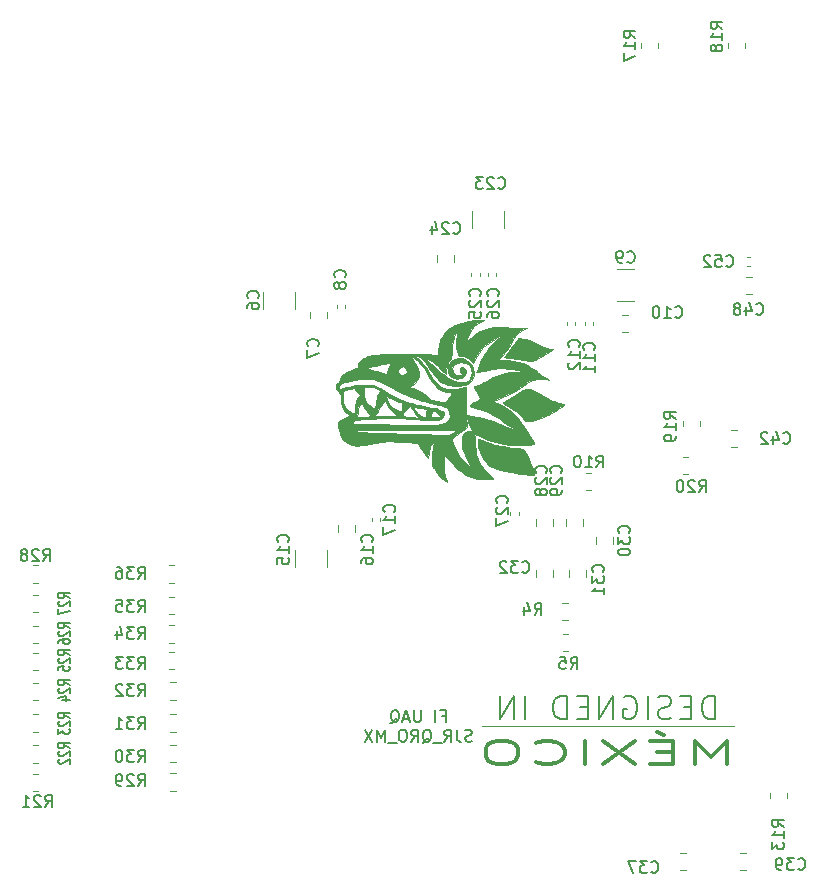
<source format=gbo>
G04 #@! TF.GenerationSoftware,KiCad,Pcbnew,5.1.9-73d0e3b20d~88~ubuntu20.04.1*
G04 #@! TF.CreationDate,2021-04-15T17:59:40-05:00*
G04 #@! TF.ProjectId,obi1,6f626931-2e6b-4696-9361-645f70636258,rev?*
G04 #@! TF.SameCoordinates,Original*
G04 #@! TF.FileFunction,Legend,Bot*
G04 #@! TF.FilePolarity,Positive*
%FSLAX46Y46*%
G04 Gerber Fmt 4.6, Leading zero omitted, Abs format (unit mm)*
G04 Created by KiCad (PCBNEW 5.1.9-73d0e3b20d~88~ubuntu20.04.1) date 2021-04-15 17:59:40*
%MOMM*%
%LPD*%
G01*
G04 APERTURE LIST*
%ADD10C,0.120000*%
%ADD11C,0.300000*%
%ADD12C,0.200000*%
%ADD13C,0.150000*%
%ADD14C,0.010000*%
G04 APERTURE END LIST*
D10*
X184658000Y-124714000D02*
X163322000Y-124714000D01*
D11*
X184085238Y-127904761D02*
X184085238Y-125904761D01*
X182751904Y-127333333D01*
X181418571Y-125904761D01*
X181418571Y-127904761D01*
X179513809Y-126857142D02*
X178180476Y-126857142D01*
X177609047Y-127904761D02*
X179513809Y-127904761D01*
X179513809Y-125904761D01*
X177609047Y-125904761D01*
X178180476Y-125142857D02*
X178751904Y-125428571D01*
X176275714Y-125904761D02*
X173609047Y-127904761D01*
X173609047Y-125904761D02*
X176275714Y-127904761D01*
X172085238Y-127904761D02*
X172085238Y-125904761D01*
X167894761Y-127714285D02*
X168085238Y-127809523D01*
X168656666Y-127904761D01*
X169037619Y-127904761D01*
X169609047Y-127809523D01*
X169990000Y-127619047D01*
X170180476Y-127428571D01*
X170370952Y-127047619D01*
X170370952Y-126761904D01*
X170180476Y-126380952D01*
X169990000Y-126190476D01*
X169609047Y-126000000D01*
X169037619Y-125904761D01*
X168656666Y-125904761D01*
X168085238Y-126000000D01*
X167894761Y-126095238D01*
X165418571Y-125904761D02*
X164656666Y-125904761D01*
X164275714Y-126000000D01*
X163894761Y-126190476D01*
X163704285Y-126571428D01*
X163704285Y-127238095D01*
X163894761Y-127619047D01*
X164275714Y-127809523D01*
X164656666Y-127904761D01*
X165418571Y-127904761D01*
X165799523Y-127809523D01*
X166180476Y-127619047D01*
X166370952Y-127238095D01*
X166370952Y-126571428D01*
X166180476Y-126190476D01*
X165799523Y-126000000D01*
X165418571Y-125904761D01*
D12*
X183085238Y-124094761D02*
X183085238Y-122094761D01*
X182609047Y-122094761D01*
X182323333Y-122190000D01*
X182132857Y-122380476D01*
X182037619Y-122570952D01*
X181942380Y-122951904D01*
X181942380Y-123237619D01*
X182037619Y-123618571D01*
X182132857Y-123809047D01*
X182323333Y-123999523D01*
X182609047Y-124094761D01*
X183085238Y-124094761D01*
X181085238Y-123047142D02*
X180418571Y-123047142D01*
X180132857Y-124094761D02*
X181085238Y-124094761D01*
X181085238Y-122094761D01*
X180132857Y-122094761D01*
X179370952Y-123999523D02*
X179085238Y-124094761D01*
X178609047Y-124094761D01*
X178418571Y-123999523D01*
X178323333Y-123904285D01*
X178228095Y-123713809D01*
X178228095Y-123523333D01*
X178323333Y-123332857D01*
X178418571Y-123237619D01*
X178609047Y-123142380D01*
X178990000Y-123047142D01*
X179180476Y-122951904D01*
X179275714Y-122856666D01*
X179370952Y-122666190D01*
X179370952Y-122475714D01*
X179275714Y-122285238D01*
X179180476Y-122190000D01*
X178990000Y-122094761D01*
X178513809Y-122094761D01*
X178228095Y-122190000D01*
X177370952Y-124094761D02*
X177370952Y-122094761D01*
X175370952Y-122190000D02*
X175561428Y-122094761D01*
X175847142Y-122094761D01*
X176132857Y-122190000D01*
X176323333Y-122380476D01*
X176418571Y-122570952D01*
X176513809Y-122951904D01*
X176513809Y-123237619D01*
X176418571Y-123618571D01*
X176323333Y-123809047D01*
X176132857Y-123999523D01*
X175847142Y-124094761D01*
X175656666Y-124094761D01*
X175370952Y-123999523D01*
X175275714Y-123904285D01*
X175275714Y-123237619D01*
X175656666Y-123237619D01*
X174418571Y-124094761D02*
X174418571Y-122094761D01*
X173275714Y-124094761D01*
X173275714Y-122094761D01*
X172323333Y-123047142D02*
X171656666Y-123047142D01*
X171370952Y-124094761D02*
X172323333Y-124094761D01*
X172323333Y-122094761D01*
X171370952Y-122094761D01*
X170513809Y-124094761D02*
X170513809Y-122094761D01*
X170037619Y-122094761D01*
X169751904Y-122190000D01*
X169561428Y-122380476D01*
X169466190Y-122570952D01*
X169370952Y-122951904D01*
X169370952Y-123237619D01*
X169466190Y-123618571D01*
X169561428Y-123809047D01*
X169751904Y-123999523D01*
X170037619Y-124094761D01*
X170513809Y-124094761D01*
X166990000Y-124094761D02*
X166990000Y-122094761D01*
X166037619Y-124094761D02*
X166037619Y-122094761D01*
X164894761Y-124094761D01*
X164894761Y-122094761D01*
D13*
X159940380Y-123817571D02*
X160273714Y-123817571D01*
X160273714Y-124341380D02*
X160273714Y-123341380D01*
X159797523Y-123341380D01*
X159416571Y-124341380D02*
X159416571Y-123341380D01*
X158178476Y-123341380D02*
X158178476Y-124150904D01*
X158130857Y-124246142D01*
X158083238Y-124293761D01*
X157988000Y-124341380D01*
X157797523Y-124341380D01*
X157702285Y-124293761D01*
X157654666Y-124246142D01*
X157607047Y-124150904D01*
X157607047Y-123341380D01*
X157178476Y-124055666D02*
X156702285Y-124055666D01*
X157273714Y-124341380D02*
X156940380Y-123341380D01*
X156607047Y-124341380D01*
X155607047Y-124436619D02*
X155702285Y-124389000D01*
X155797523Y-124293761D01*
X155940380Y-124150904D01*
X156035619Y-124103285D01*
X156130857Y-124103285D01*
X156083238Y-124341380D02*
X156178476Y-124293761D01*
X156273714Y-124198523D01*
X156321333Y-124008047D01*
X156321333Y-123674714D01*
X156273714Y-123484238D01*
X156178476Y-123389000D01*
X156083238Y-123341380D01*
X155892761Y-123341380D01*
X155797523Y-123389000D01*
X155702285Y-123484238D01*
X155654666Y-123674714D01*
X155654666Y-124008047D01*
X155702285Y-124198523D01*
X155797523Y-124293761D01*
X155892761Y-124341380D01*
X156083238Y-124341380D01*
X162511809Y-125943761D02*
X162368952Y-125991380D01*
X162130857Y-125991380D01*
X162035619Y-125943761D01*
X161988000Y-125896142D01*
X161940380Y-125800904D01*
X161940380Y-125705666D01*
X161988000Y-125610428D01*
X162035619Y-125562809D01*
X162130857Y-125515190D01*
X162321333Y-125467571D01*
X162416571Y-125419952D01*
X162464190Y-125372333D01*
X162511809Y-125277095D01*
X162511809Y-125181857D01*
X162464190Y-125086619D01*
X162416571Y-125039000D01*
X162321333Y-124991380D01*
X162083238Y-124991380D01*
X161940380Y-125039000D01*
X161226095Y-124991380D02*
X161226095Y-125705666D01*
X161273714Y-125848523D01*
X161368952Y-125943761D01*
X161511809Y-125991380D01*
X161607047Y-125991380D01*
X160178476Y-125991380D02*
X160511809Y-125515190D01*
X160749904Y-125991380D02*
X160749904Y-124991380D01*
X160368952Y-124991380D01*
X160273714Y-125039000D01*
X160226095Y-125086619D01*
X160178476Y-125181857D01*
X160178476Y-125324714D01*
X160226095Y-125419952D01*
X160273714Y-125467571D01*
X160368952Y-125515190D01*
X160749904Y-125515190D01*
X159988000Y-126086619D02*
X159226095Y-126086619D01*
X158321333Y-126086619D02*
X158416571Y-126039000D01*
X158511809Y-125943761D01*
X158654666Y-125800904D01*
X158749904Y-125753285D01*
X158845142Y-125753285D01*
X158797523Y-125991380D02*
X158892761Y-125943761D01*
X158988000Y-125848523D01*
X159035619Y-125658047D01*
X159035619Y-125324714D01*
X158988000Y-125134238D01*
X158892761Y-125039000D01*
X158797523Y-124991380D01*
X158607047Y-124991380D01*
X158511809Y-125039000D01*
X158416571Y-125134238D01*
X158368952Y-125324714D01*
X158368952Y-125658047D01*
X158416571Y-125848523D01*
X158511809Y-125943761D01*
X158607047Y-125991380D01*
X158797523Y-125991380D01*
X157368952Y-125991380D02*
X157702285Y-125515190D01*
X157940380Y-125991380D02*
X157940380Y-124991380D01*
X157559428Y-124991380D01*
X157464190Y-125039000D01*
X157416571Y-125086619D01*
X157368952Y-125181857D01*
X157368952Y-125324714D01*
X157416571Y-125419952D01*
X157464190Y-125467571D01*
X157559428Y-125515190D01*
X157940380Y-125515190D01*
X156749904Y-124991380D02*
X156559428Y-124991380D01*
X156464190Y-125039000D01*
X156368952Y-125134238D01*
X156321333Y-125324714D01*
X156321333Y-125658047D01*
X156368952Y-125848523D01*
X156464190Y-125943761D01*
X156559428Y-125991380D01*
X156749904Y-125991380D01*
X156845142Y-125943761D01*
X156940380Y-125848523D01*
X156988000Y-125658047D01*
X156988000Y-125324714D01*
X156940380Y-125134238D01*
X156845142Y-125039000D01*
X156749904Y-124991380D01*
X156130857Y-126086619D02*
X155368952Y-126086619D01*
X155130857Y-125991380D02*
X155130857Y-124991380D01*
X154797523Y-125705666D01*
X154464190Y-124991380D01*
X154464190Y-125991380D01*
X154083238Y-124991380D02*
X153416571Y-125991380D01*
X153416571Y-124991380D02*
X154083238Y-125991380D01*
D10*
X150204000Y-111201252D02*
X150204000Y-109778748D01*
X147484000Y-111201252D02*
X147484000Y-109778748D01*
X137427064Y-127755000D02*
X136972936Y-127755000D01*
X137427064Y-126285000D02*
X136972936Y-126285000D01*
X152635000Y-108218752D02*
X152635000Y-107696248D01*
X151165000Y-108218752D02*
X151165000Y-107696248D01*
X181837000Y-99287064D02*
X181837000Y-98832936D01*
X180367000Y-99287064D02*
X180367000Y-98832936D01*
X184396748Y-101065000D02*
X184919252Y-101065000D01*
X184396748Y-99595000D02*
X184919252Y-99595000D01*
D14*
G36*
X166443000Y-91864542D02*
G01*
X166363527Y-91910670D01*
X166295119Y-91999428D01*
X166228846Y-92113100D01*
X166137359Y-92257823D01*
X165999671Y-92454906D01*
X165834411Y-92678480D01*
X165660210Y-92902680D01*
X165659633Y-92903402D01*
X165506363Y-93097893D01*
X165381133Y-93261921D01*
X165295118Y-93380452D01*
X165259498Y-93438451D01*
X165259537Y-93441596D01*
X165315172Y-93454908D01*
X165453486Y-93479741D01*
X165656556Y-93513385D01*
X165906463Y-93553131D01*
X166185285Y-93596269D01*
X166475102Y-93640090D01*
X166757993Y-93681884D01*
X167016037Y-93718943D01*
X167231313Y-93748557D01*
X167385901Y-93768017D01*
X167461879Y-93774613D01*
X167462200Y-93774604D01*
X167561886Y-93755762D01*
X167719109Y-93709865D01*
X167872060Y-93656894D01*
X168468955Y-93384381D01*
X169050084Y-93018635D01*
X169377063Y-92764821D01*
X169352049Y-92748510D01*
X169250198Y-92737826D01*
X169148463Y-92735400D01*
X169033510Y-92729030D01*
X168912312Y-92705661D01*
X168766906Y-92658905D01*
X168579331Y-92582372D01*
X168331621Y-92469674D01*
X168122600Y-92370527D01*
X167679234Y-92168644D01*
X167312656Y-92024688D01*
X167017625Y-91936640D01*
X166969042Y-91926027D01*
X166723634Y-91877812D01*
X166555661Y-91855453D01*
X166443000Y-91864542D01*
G37*
X166443000Y-91864542D02*
X166363527Y-91910670D01*
X166295119Y-91999428D01*
X166228846Y-92113100D01*
X166137359Y-92257823D01*
X165999671Y-92454906D01*
X165834411Y-92678480D01*
X165660210Y-92902680D01*
X165659633Y-92903402D01*
X165506363Y-93097893D01*
X165381133Y-93261921D01*
X165295118Y-93380452D01*
X165259498Y-93438451D01*
X165259537Y-93441596D01*
X165315172Y-93454908D01*
X165453486Y-93479741D01*
X165656556Y-93513385D01*
X165906463Y-93553131D01*
X166185285Y-93596269D01*
X166475102Y-93640090D01*
X166757993Y-93681884D01*
X167016037Y-93718943D01*
X167231313Y-93748557D01*
X167385901Y-93768017D01*
X167461879Y-93774613D01*
X167462200Y-93774604D01*
X167561886Y-93755762D01*
X167719109Y-93709865D01*
X167872060Y-93656894D01*
X168468955Y-93384381D01*
X169050084Y-93018635D01*
X169377063Y-92764821D01*
X169352049Y-92748510D01*
X169250198Y-92737826D01*
X169148463Y-92735400D01*
X169033510Y-92729030D01*
X168912312Y-92705661D01*
X168766906Y-92658905D01*
X168579331Y-92582372D01*
X168331621Y-92469674D01*
X168122600Y-92370527D01*
X167679234Y-92168644D01*
X167312656Y-92024688D01*
X167017625Y-91936640D01*
X166969042Y-91926027D01*
X166723634Y-91877812D01*
X166555661Y-91855453D01*
X166443000Y-91864542D01*
G36*
X167035826Y-96135366D02*
G01*
X166882261Y-96198638D01*
X166822013Y-96238037D01*
X166324893Y-96582011D01*
X165886199Y-96854521D01*
X165508573Y-97055489D01*
X165327344Y-97146159D01*
X165187356Y-97223017D01*
X165109354Y-97274354D01*
X165100000Y-97286146D01*
X165141843Y-97326748D01*
X165243897Y-97379958D01*
X165257022Y-97385514D01*
X165582007Y-97554073D01*
X165935328Y-97797428D01*
X166297999Y-98100469D01*
X166651037Y-98448083D01*
X166801800Y-98615139D01*
X166932483Y-98760177D01*
X167038713Y-98850098D01*
X167147549Y-98891906D01*
X167286051Y-98892604D01*
X167481278Y-98859193D01*
X167625262Y-98828239D01*
X168321060Y-98628558D01*
X168974768Y-98346337D01*
X169151904Y-98250998D01*
X169370335Y-98123084D01*
X169597513Y-97982191D01*
X169817848Y-97838983D01*
X170015752Y-97704121D01*
X170175637Y-97588266D01*
X170281912Y-97502082D01*
X170318989Y-97456230D01*
X170317754Y-97453620D01*
X170261684Y-97431304D01*
X170130143Y-97390388D01*
X169946004Y-97337783D01*
X169830746Y-97306415D01*
X169626770Y-97249599D01*
X169451702Y-97193519D01*
X169286320Y-97129211D01*
X169111401Y-97047713D01*
X168907726Y-96940064D01*
X168656072Y-96797300D01*
X168337219Y-96610459D01*
X168333791Y-96608435D01*
X167963481Y-96398756D01*
X167660538Y-96249552D01*
X167412955Y-96157880D01*
X167208720Y-96120799D01*
X167035826Y-96135366D01*
G37*
X167035826Y-96135366D02*
X166882261Y-96198638D01*
X166822013Y-96238037D01*
X166324893Y-96582011D01*
X165886199Y-96854521D01*
X165508573Y-97055489D01*
X165327344Y-97146159D01*
X165187356Y-97223017D01*
X165109354Y-97274354D01*
X165100000Y-97286146D01*
X165141843Y-97326748D01*
X165243897Y-97379958D01*
X165257022Y-97385514D01*
X165582007Y-97554073D01*
X165935328Y-97797428D01*
X166297999Y-98100469D01*
X166651037Y-98448083D01*
X166801800Y-98615139D01*
X166932483Y-98760177D01*
X167038713Y-98850098D01*
X167147549Y-98891906D01*
X167286051Y-98892604D01*
X167481278Y-98859193D01*
X167625262Y-98828239D01*
X168321060Y-98628558D01*
X168974768Y-98346337D01*
X169151904Y-98250998D01*
X169370335Y-98123084D01*
X169597513Y-97982191D01*
X169817848Y-97838983D01*
X170015752Y-97704121D01*
X170175637Y-97588266D01*
X170281912Y-97502082D01*
X170318989Y-97456230D01*
X170317754Y-97453620D01*
X170261684Y-97431304D01*
X170130143Y-97390388D01*
X169946004Y-97337783D01*
X169830746Y-97306415D01*
X169626770Y-97249599D01*
X169451702Y-97193519D01*
X169286320Y-97129211D01*
X169111401Y-97047713D01*
X168907726Y-96940064D01*
X168656072Y-96797300D01*
X168337219Y-96610459D01*
X168333791Y-96608435D01*
X167963481Y-96398756D01*
X167660538Y-96249552D01*
X167412955Y-96157880D01*
X167208720Y-96120799D01*
X167035826Y-96135366D01*
G36*
X163017200Y-100603398D02*
G01*
X163058032Y-101020054D01*
X163172174Y-101454933D01*
X163347103Y-101873998D01*
X163570293Y-102243212D01*
X163664656Y-102362782D01*
X163898242Y-102567810D01*
X164231586Y-102753660D01*
X164664670Y-102920326D01*
X165197477Y-103067805D01*
X165829989Y-103196091D01*
X166562189Y-103305179D01*
X166979600Y-103354023D01*
X167282759Y-103386535D01*
X167499375Y-103408568D01*
X167643967Y-103420103D01*
X167731054Y-103421120D01*
X167775153Y-103411597D01*
X167790783Y-103391514D01*
X167792462Y-103360851D01*
X167792400Y-103352876D01*
X167772965Y-103257888D01*
X167719947Y-103090269D01*
X167641285Y-102870116D01*
X167544914Y-102617527D01*
X167438770Y-102352601D01*
X167330789Y-102095437D01*
X167228907Y-101866131D01*
X167141061Y-101684784D01*
X167113423Y-101633361D01*
X167015079Y-101468071D01*
X166920487Y-101345647D01*
X166811718Y-101257985D01*
X166670844Y-101196981D01*
X166479937Y-101154533D01*
X166221067Y-101122535D01*
X165926559Y-101096887D01*
X165142218Y-101004933D01*
X164428549Y-100858657D01*
X163767840Y-100653839D01*
X163346757Y-100482111D01*
X163017200Y-100334249D01*
X163017200Y-100603398D01*
G37*
X163017200Y-100603398D02*
X163058032Y-101020054D01*
X163172174Y-101454933D01*
X163347103Y-101873998D01*
X163570293Y-102243212D01*
X163664656Y-102362782D01*
X163898242Y-102567810D01*
X164231586Y-102753660D01*
X164664670Y-102920326D01*
X165197477Y-103067805D01*
X165829989Y-103196091D01*
X166562189Y-103305179D01*
X166979600Y-103354023D01*
X167282759Y-103386535D01*
X167499375Y-103408568D01*
X167643967Y-103420103D01*
X167731054Y-103421120D01*
X167775153Y-103411597D01*
X167790783Y-103391514D01*
X167792462Y-103360851D01*
X167792400Y-103352876D01*
X167772965Y-103257888D01*
X167719947Y-103090269D01*
X167641285Y-102870116D01*
X167544914Y-102617527D01*
X167438770Y-102352601D01*
X167330789Y-102095437D01*
X167228907Y-101866131D01*
X167141061Y-101684784D01*
X167113423Y-101633361D01*
X167015079Y-101468071D01*
X166920487Y-101345647D01*
X166811718Y-101257985D01*
X166670844Y-101196981D01*
X166479937Y-101154533D01*
X166221067Y-101122535D01*
X165926559Y-101096887D01*
X165142218Y-101004933D01*
X164428549Y-100858657D01*
X163767840Y-100653839D01*
X163346757Y-100482111D01*
X163017200Y-100334249D01*
X163017200Y-100603398D01*
G36*
X162864800Y-90340459D02*
G01*
X162208923Y-90400429D01*
X161621860Y-90524727D01*
X161106307Y-90711176D01*
X160664958Y-90957600D01*
X160300509Y-91261822D01*
X160015655Y-91621664D01*
X159813093Y-92034950D01*
X159695516Y-92499503D01*
X159664400Y-92925287D01*
X159664400Y-93271629D01*
X159321500Y-93233410D01*
X159197656Y-93225285D01*
X158984768Y-93217783D01*
X158695392Y-93211087D01*
X158342084Y-93205383D01*
X157937399Y-93200855D01*
X157493894Y-93197687D01*
X157024123Y-93196065D01*
X156768800Y-93195895D01*
X156160411Y-93196995D01*
X155643417Y-93200532D01*
X155207625Y-93207488D01*
X154842842Y-93218845D01*
X154538873Y-93235584D01*
X154285526Y-93258689D01*
X154072607Y-93289140D01*
X153889922Y-93327920D01*
X153727276Y-93376011D01*
X153574478Y-93434394D01*
X153421332Y-93504053D01*
X153384739Y-93521895D01*
X153117604Y-93687626D01*
X152945915Y-93877228D01*
X152865125Y-94096558D01*
X152857200Y-94201896D01*
X152849983Y-94324049D01*
X152809318Y-94375326D01*
X152706692Y-94386330D01*
X152685283Y-94386400D01*
X152524195Y-94415706D01*
X152312350Y-94493722D01*
X152078248Y-94605594D01*
X151850393Y-94736467D01*
X151657286Y-94871487D01*
X151535717Y-94985517D01*
X151423789Y-95152524D01*
X151336466Y-95338751D01*
X151320110Y-95389700D01*
X151263895Y-95539010D01*
X151195923Y-95601503D01*
X151167812Y-95605600D01*
X151076203Y-95650877D01*
X151006061Y-95765437D01*
X150969766Y-95917368D01*
X150979698Y-96074760D01*
X150982165Y-96084156D01*
X151045623Y-96208179D01*
X151159267Y-96350466D01*
X151233267Y-96422481D01*
X151355480Y-96539329D01*
X151410172Y-96626537D01*
X151413188Y-96712539D01*
X151408010Y-96736055D01*
X151397703Y-96878011D01*
X151412953Y-97083963D01*
X151448457Y-97321109D01*
X151498910Y-97556645D01*
X151559009Y-97757768D01*
X151582846Y-97817388D01*
X151750199Y-98088285D01*
X151975121Y-98277507D01*
X152065347Y-98323103D01*
X152131299Y-98352555D01*
X152165159Y-98378146D01*
X152156199Y-98407652D01*
X152093692Y-98448850D01*
X151966909Y-98509517D01*
X151765124Y-98597429D01*
X151574500Y-98678916D01*
X151360420Y-98771726D01*
X151224915Y-98846416D01*
X151155314Y-98927586D01*
X151138949Y-99039840D01*
X151163151Y-99207779D01*
X151203381Y-99399578D01*
X151312491Y-99827833D01*
X151444475Y-100167351D01*
X151609374Y-100430182D01*
X151817231Y-100628375D01*
X152078090Y-100773981D01*
X152401992Y-100879050D01*
X152445027Y-100889379D01*
X152732425Y-100926979D01*
X153075361Y-100926459D01*
X153436260Y-100890351D01*
X153777548Y-100821189D01*
X153874932Y-100792978D01*
X154328089Y-100683136D01*
X154865511Y-100613291D01*
X155489608Y-100583317D01*
X156202790Y-100593088D01*
X156901123Y-100634089D01*
X157256267Y-100661555D01*
X157523614Y-100684498D01*
X157716658Y-100706306D01*
X157848895Y-100730363D01*
X157933820Y-100760058D01*
X157984928Y-100798776D01*
X158015712Y-100849904D01*
X158039669Y-100916829D01*
X158040741Y-100920080D01*
X158096291Y-101032318D01*
X158201107Y-101198089D01*
X158339068Y-101393163D01*
X158462905Y-101554586D01*
X158826200Y-102010717D01*
X158852245Y-101589458D01*
X158877458Y-101328697D01*
X158919592Y-101140255D01*
X158985234Y-100995382D01*
X158990305Y-100987057D01*
X159074654Y-100865567D01*
X159164333Y-100758164D01*
X159242782Y-100680946D01*
X159293443Y-100650011D01*
X159299758Y-100681456D01*
X159297346Y-100688562D01*
X159274392Y-100772862D01*
X159238382Y-100928019D01*
X159195909Y-101125209D01*
X159181741Y-101193890D01*
X159128203Y-101552329D01*
X159107785Y-101919862D01*
X159119384Y-102271307D01*
X159161892Y-102581481D01*
X159234204Y-102825202D01*
X159255345Y-102870000D01*
X159524235Y-103277401D01*
X159885459Y-103643108D01*
X160031781Y-103759765D01*
X160226421Y-103899136D01*
X160351042Y-103970904D01*
X160409977Y-103976704D01*
X160407562Y-103918173D01*
X160400018Y-103898700D01*
X160251858Y-103508080D01*
X160157750Y-103160763D01*
X160109484Y-102819763D01*
X160098400Y-102539800D01*
X160103336Y-102258692D01*
X160122437Y-102060149D01*
X160157875Y-101925848D01*
X160175596Y-101888711D01*
X160254991Y-101745622D01*
X160519328Y-102101102D01*
X160860681Y-102504347D01*
X161257208Y-102878753D01*
X161686163Y-103206588D01*
X162124798Y-103470121D01*
X162474852Y-103625471D01*
X162632367Y-103679561D01*
X162773464Y-103716752D01*
X162923424Y-103740154D01*
X163107526Y-103752873D01*
X163351052Y-103758018D01*
X163559087Y-103758776D01*
X163820412Y-103756218D01*
X164045089Y-103749040D01*
X164213712Y-103738240D01*
X164306878Y-103724817D01*
X164318022Y-103719731D01*
X164309488Y-103668145D01*
X164234013Y-103598966D01*
X164233336Y-103598517D01*
X164101780Y-103492801D01*
X163928960Y-103327996D01*
X163735055Y-103125933D01*
X163540240Y-102908440D01*
X163364692Y-102697347D01*
X163228589Y-102514484D01*
X163221136Y-102503418D01*
X163095183Y-102286296D01*
X162978313Y-102037486D01*
X162912793Y-101861616D01*
X162855336Y-101617455D01*
X162809550Y-101308673D01*
X162778226Y-100970901D01*
X162764156Y-100639768D01*
X162770130Y-100350905D01*
X162783920Y-100216503D01*
X162818902Y-99983228D01*
X163235551Y-100175637D01*
X163846929Y-100425004D01*
X164504251Y-100634274D01*
X165172753Y-100794319D01*
X165817671Y-100896010D01*
X166065200Y-100918579D01*
X166295741Y-100926085D01*
X166571202Y-100922090D01*
X166866610Y-100908402D01*
X167156989Y-100886830D01*
X167417363Y-100859181D01*
X167622759Y-100827263D01*
X167736983Y-100797550D01*
X167764896Y-100775640D01*
X167767010Y-100731902D01*
X167737381Y-100654603D01*
X167670064Y-100532010D01*
X167559116Y-100352390D01*
X167398593Y-100104009D01*
X167341355Y-100016583D01*
X167161065Y-99740689D01*
X166981127Y-99463569D01*
X166816982Y-99209126D01*
X166684070Y-99001261D01*
X166625751Y-98908862D01*
X166259353Y-98416560D01*
X165824116Y-97996808D01*
X165327185Y-97655250D01*
X164775704Y-97397527D01*
X164660718Y-97356950D01*
X164180115Y-97196009D01*
X164576558Y-97053105D01*
X165341455Y-96739935D01*
X166028589Y-96378026D01*
X166653440Y-95958995D01*
X166787184Y-95855863D01*
X167213643Y-95571051D01*
X167652082Y-95385062D01*
X168113064Y-95295128D01*
X168607154Y-95298482D01*
X168814000Y-95324938D01*
X169037000Y-95360405D01*
X168676657Y-95135276D01*
X168474612Y-95002834D01*
X168231659Y-94834382D01*
X168021140Y-94682115D01*
X166954200Y-94682115D01*
X166495668Y-94686657D01*
X165851466Y-94717815D01*
X165281403Y-94800254D01*
X164769769Y-94937824D01*
X164300854Y-95134377D01*
X164011749Y-95295452D01*
X163758160Y-95442233D01*
X163493856Y-95580336D01*
X163239674Y-95700301D01*
X163016453Y-95792669D01*
X162845031Y-95847981D01*
X162768983Y-95859600D01*
X162680933Y-95872317D01*
X162650419Y-95920379D01*
X162678072Y-96018647D01*
X162764520Y-96181985D01*
X162784061Y-96215509D01*
X162899963Y-96413027D01*
X163020471Y-96618715D01*
X163084776Y-96728643D01*
X163221550Y-96962686D01*
X162898149Y-97121896D01*
X162694585Y-97234769D01*
X162515582Y-97356888D01*
X162381183Y-97472417D01*
X162311431Y-97565516D01*
X162306000Y-97589787D01*
X162331798Y-97621713D01*
X162416113Y-97659329D01*
X162569329Y-97705788D01*
X162801830Y-97764244D01*
X163120157Y-97836996D01*
X163379919Y-97902257D01*
X163622484Y-97982057D01*
X163864582Y-98084921D01*
X164122943Y-98219376D01*
X164414299Y-98393948D01*
X164755379Y-98617164D01*
X165058528Y-98824849D01*
X165404010Y-99065400D01*
X165668495Y-99252071D01*
X165854933Y-99388214D01*
X165966274Y-99477179D01*
X166005470Y-99522317D01*
X165975470Y-99526980D01*
X165879224Y-99494520D01*
X165719683Y-99428286D01*
X165507853Y-99335211D01*
X164888586Y-99075075D01*
X164295119Y-98859621D01*
X163696330Y-98679576D01*
X163061101Y-98525666D01*
X162358311Y-98388616D01*
X162293300Y-98377246D01*
X162102800Y-98344196D01*
X162102800Y-98573592D01*
X162132015Y-98779461D01*
X162210601Y-99029528D01*
X162324969Y-99288250D01*
X162461532Y-99520083D01*
X162468395Y-99529900D01*
X162566919Y-99669600D01*
X162401698Y-99669600D01*
X162184371Y-99708090D01*
X161966490Y-99809102D01*
X161788172Y-99950946D01*
X161722491Y-100036820D01*
X161651929Y-100233480D01*
X161623945Y-100496995D01*
X161638287Y-100802089D01*
X161694705Y-101123486D01*
X161734786Y-101270072D01*
X161801733Y-101457447D01*
X161902476Y-101702420D01*
X162023209Y-101972829D01*
X162146537Y-102229357D01*
X162448898Y-102832769D01*
X162042329Y-102432284D01*
X161852488Y-102239001D01*
X161668020Y-102040366D01*
X161514792Y-101864746D01*
X161444393Y-101776627D01*
X161149242Y-101302977D01*
X160942102Y-100783805D01*
X160858861Y-100449400D01*
X160849719Y-100385504D01*
X160858674Y-100329287D01*
X160897363Y-100268558D01*
X160977425Y-100191125D01*
X161110497Y-100084800D01*
X161308217Y-99937390D01*
X161439579Y-99841086D01*
X161642950Y-99692256D01*
X161087006Y-99692256D01*
X161080321Y-99703469D01*
X160936382Y-99844166D01*
X160766942Y-99960809D01*
X160603338Y-100035124D01*
X160485301Y-100050462D01*
X160413760Y-100045590D01*
X160248839Y-100038089D01*
X159998718Y-100028236D01*
X159671577Y-100016309D01*
X159275594Y-100002586D01*
X158818948Y-99987343D01*
X158309820Y-99970858D01*
X157756388Y-99953410D01*
X157166832Y-99935275D01*
X156549330Y-99916730D01*
X156502100Y-99915330D01*
X155784687Y-99893977D01*
X155162139Y-99875118D01*
X154627761Y-99858397D01*
X154174858Y-99843455D01*
X153796736Y-99829937D01*
X153486700Y-99817486D01*
X153238055Y-99805743D01*
X153044106Y-99794352D01*
X152898158Y-99782956D01*
X152793517Y-99771197D01*
X152723487Y-99758720D01*
X152681374Y-99745165D01*
X152660484Y-99730178D01*
X152654120Y-99713399D01*
X152654000Y-99710078D01*
X152657619Y-99693838D01*
X152672734Y-99679643D01*
X152705738Y-99667358D01*
X152763020Y-99656843D01*
X152850974Y-99647962D01*
X152975988Y-99640578D01*
X153144456Y-99634552D01*
X153362767Y-99629749D01*
X153637312Y-99626030D01*
X153974484Y-99623258D01*
X154380673Y-99621296D01*
X154862269Y-99620007D01*
X155425665Y-99619252D01*
X156077251Y-99618896D01*
X156823419Y-99618800D01*
X156902021Y-99618800D01*
X157658504Y-99618900D01*
X158319629Y-99619287D01*
X158891637Y-99620086D01*
X159380769Y-99621423D01*
X159793267Y-99623426D01*
X160135371Y-99626221D01*
X160413323Y-99629933D01*
X160633365Y-99634691D01*
X160801737Y-99640619D01*
X160924681Y-99647845D01*
X161008439Y-99656496D01*
X161059252Y-99666697D01*
X161083360Y-99678574D01*
X161087006Y-99692256D01*
X161642950Y-99692256D01*
X162052189Y-99392770D01*
X162034768Y-98481122D01*
X160629600Y-98481122D01*
X160581949Y-98671443D01*
X160451088Y-98847680D01*
X160255159Y-98988627D01*
X160158256Y-99032041D01*
X160072404Y-99063116D01*
X159985288Y-99090503D01*
X159890639Y-99114305D01*
X159782188Y-99134625D01*
X159653667Y-99151564D01*
X159498806Y-99165226D01*
X159311336Y-99175713D01*
X159084989Y-99183127D01*
X158813496Y-99187571D01*
X158490588Y-99189148D01*
X158109995Y-99187960D01*
X157665450Y-99184109D01*
X157150683Y-99177699D01*
X156559425Y-99168831D01*
X155885407Y-99157608D01*
X155122361Y-99144133D01*
X154264017Y-99128509D01*
X154262125Y-99128474D01*
X152441249Y-99095056D01*
X152471954Y-98941532D01*
X152496975Y-98830795D01*
X152514620Y-98777218D01*
X152514830Y-98777010D01*
X152566893Y-98769403D01*
X152703249Y-98755335D01*
X152906908Y-98736404D01*
X153160881Y-98714204D01*
X153365200Y-98697106D01*
X153732009Y-98672780D01*
X154163461Y-98653807D01*
X154641650Y-98640172D01*
X155148669Y-98631863D01*
X155666609Y-98628866D01*
X156177563Y-98631169D01*
X156663624Y-98638756D01*
X157106883Y-98651616D01*
X157489433Y-98669735D01*
X157793367Y-98693098D01*
X157861000Y-98700467D01*
X158299453Y-98743999D01*
X158713553Y-98769020D01*
X159088202Y-98775645D01*
X159408300Y-98763986D01*
X159658747Y-98734158D01*
X159824445Y-98686274D01*
X159825646Y-98685693D01*
X159967231Y-98582414D01*
X157939334Y-98582414D01*
X157910557Y-98591882D01*
X157856509Y-98580812D01*
X157747925Y-98561587D01*
X157567604Y-98537912D01*
X157345085Y-98513452D01*
X157206177Y-98500155D01*
X156982904Y-98480417D01*
X156794350Y-98464498D01*
X156665605Y-98454477D01*
X156625930Y-98452110D01*
X156624637Y-98450400D01*
X156219124Y-98450400D01*
X155274762Y-98450400D01*
X154928621Y-98448900D01*
X154672959Y-98443890D01*
X154645228Y-98442428D01*
X153973725Y-98442428D01*
X153656763Y-98471997D01*
X153453593Y-98491033D01*
X153262839Y-98509041D01*
X153162000Y-98518653D01*
X153014151Y-98532746D01*
X152899315Y-98543502D01*
X152895300Y-98543870D01*
X152828514Y-98521282D01*
X152806609Y-98423516D01*
X152806400Y-98406533D01*
X152829074Y-98154379D01*
X152889749Y-97862010D01*
X152977408Y-97578203D01*
X153014618Y-97484795D01*
X153096157Y-97320062D01*
X153159543Y-97241956D01*
X153199982Y-97253827D01*
X153212800Y-97346285D01*
X153250749Y-97511402D01*
X153356534Y-97719219D01*
X153518068Y-97949708D01*
X153708872Y-98168045D01*
X153973725Y-98442428D01*
X154645228Y-98442428D01*
X154496689Y-98434597D01*
X154388727Y-98420252D01*
X154337988Y-98400085D01*
X154330400Y-98384776D01*
X154358727Y-98300158D01*
X154434144Y-98156744D01*
X154542311Y-97976662D01*
X154668886Y-97782037D01*
X154799527Y-97594997D01*
X154919891Y-97437670D01*
X155007989Y-97339373D01*
X155186080Y-97168146D01*
X155324247Y-97440973D01*
X155507392Y-97760161D01*
X155707843Y-98014756D01*
X155954539Y-98241100D01*
X155973262Y-98256015D01*
X156219124Y-98450400D01*
X156624637Y-98450400D01*
X156598633Y-98416036D01*
X156626650Y-98323008D01*
X156696951Y-98191253D01*
X156796509Y-98038997D01*
X156912297Y-97884466D01*
X156981483Y-97803888D01*
X156600160Y-97803888D01*
X156596577Y-97918382D01*
X156587633Y-97947849D01*
X156511346Y-97982132D01*
X156369871Y-97972813D01*
X156187455Y-97924499D01*
X155988346Y-97841793D01*
X155963706Y-97829376D01*
X155792127Y-97718319D01*
X155634090Y-97580004D01*
X155593140Y-97534076D01*
X155515755Y-97416801D01*
X155432868Y-97258018D01*
X155355426Y-97084180D01*
X155294376Y-96921738D01*
X155260665Y-96797147D01*
X155263738Y-96738129D01*
X155315722Y-96750275D01*
X155432232Y-96803936D01*
X155590635Y-96888417D01*
X155634570Y-96913352D01*
X155913844Y-97066078D01*
X156132845Y-97166655D01*
X156312557Y-97223927D01*
X156413200Y-97241537D01*
X156510691Y-97279412D01*
X156543180Y-97332800D01*
X156552599Y-97426574D01*
X156572975Y-97575675D01*
X156584370Y-97650150D01*
X156600160Y-97803888D01*
X156981483Y-97803888D01*
X157031286Y-97745886D01*
X157140448Y-97641485D01*
X157226756Y-97589489D01*
X157244437Y-97586800D01*
X157306678Y-97628495D01*
X157376999Y-97731152D01*
X157388703Y-97754393D01*
X157457413Y-97874361D01*
X157567949Y-98042200D01*
X157699124Y-98226080D01*
X157730944Y-98268561D01*
X157855163Y-98434769D01*
X157922748Y-98534715D01*
X157939334Y-98582414D01*
X159967231Y-98582414D01*
X159980056Y-98573059D01*
X160086997Y-98422936D01*
X160094120Y-98398088D01*
X159799932Y-98398088D01*
X159788522Y-98442212D01*
X159742566Y-98480644D01*
X159625615Y-98524587D01*
X159436330Y-98548796D01*
X159324491Y-98552000D01*
X159004000Y-98552000D01*
X159004000Y-98383055D01*
X159037870Y-98229202D01*
X159123509Y-98099715D01*
X159236967Y-98020439D01*
X159345807Y-98014222D01*
X159437682Y-98065181D01*
X159565504Y-98161388D01*
X159641203Y-98227061D01*
X159753983Y-98334269D01*
X159799932Y-98398088D01*
X160094120Y-98398088D01*
X160132651Y-98263689D01*
X160103204Y-98123681D01*
X160101094Y-98120200D01*
X159970933Y-97994387D01*
X159749208Y-97881155D01*
X159646144Y-97848336D01*
X158676669Y-97848336D01*
X158669909Y-97885921D01*
X158645306Y-97981943D01*
X158621009Y-98136342D01*
X158610078Y-98234500D01*
X158589876Y-98391714D01*
X158559484Y-98471610D01*
X158506732Y-98498449D01*
X158477010Y-98499768D01*
X158369096Y-98476383D01*
X158218043Y-98418675D01*
X158140400Y-98381864D01*
X157938597Y-98240643D01*
X157741850Y-98020001D01*
X157690202Y-97948727D01*
X157587963Y-97794890D01*
X157518173Y-97674677D01*
X157493358Y-97610081D01*
X157494885Y-97605782D01*
X157553611Y-97606106D01*
X157675258Y-97635604D01*
X157767284Y-97665153D01*
X157954457Y-97715468D01*
X158185424Y-97757469D01*
X158359041Y-97777425D01*
X158542065Y-97795021D01*
X158641836Y-97816527D01*
X158676669Y-97848336D01*
X159646144Y-97848336D01*
X159445591Y-97784474D01*
X159116353Y-97715904D01*
X158686409Y-97642873D01*
X158338243Y-97581120D01*
X158053205Y-97526508D01*
X157812649Y-97474899D01*
X157597928Y-97422156D01*
X157390394Y-97364140D01*
X157171400Y-97296714D01*
X157048067Y-97256971D01*
X156583500Y-97094993D01*
X156179731Y-96927387D01*
X155800128Y-96736308D01*
X155408058Y-96503912D01*
X155129193Y-96322259D01*
X155106846Y-96307829D01*
X154701828Y-96307829D01*
X154668451Y-96406745D01*
X154617871Y-96487540D01*
X154554239Y-96602479D01*
X154499168Y-96754175D01*
X154448331Y-96959556D01*
X154397397Y-97235552D01*
X154352980Y-97523300D01*
X154318954Y-97663731D01*
X154259109Y-97729371D01*
X154158585Y-97722592D01*
X154002525Y-97645765D01*
X153916497Y-97592961D01*
X153758728Y-97472049D01*
X153622293Y-97332662D01*
X153577490Y-97271306D01*
X153469754Y-97041095D01*
X153384861Y-96754218D01*
X153367319Y-96652404D01*
X153062833Y-96652404D01*
X152935066Y-96772435D01*
X152770694Y-96985814D01*
X152648124Y-97260540D01*
X152577027Y-97561572D01*
X152567077Y-97853870D01*
X152593910Y-98008430D01*
X152618410Y-98128761D01*
X152598819Y-98187421D01*
X152521822Y-98188395D01*
X152374103Y-98135670D01*
X152289912Y-98099416D01*
X151995872Y-97921241D01*
X151776628Y-97677344D01*
X151630151Y-97364670D01*
X151555865Y-96994631D01*
X151548704Y-96756703D01*
X151573419Y-96539449D01*
X151624566Y-96366582D01*
X151696697Y-96261813D01*
X151728034Y-96244924D01*
X151821193Y-96220973D01*
X151978772Y-96184996D01*
X152154583Y-96147327D01*
X152493366Y-96076932D01*
X152778099Y-96364668D01*
X153062833Y-96652404D01*
X153367319Y-96652404D01*
X153333280Y-96454856D01*
X153324412Y-96203471D01*
X153339800Y-95935800D01*
X153720800Y-95939548D01*
X154006661Y-95957532D01*
X154240688Y-96010763D01*
X154366901Y-96059415D01*
X154561236Y-96151535D01*
X154669484Y-96228550D01*
X154701828Y-96307829D01*
X155106846Y-96307829D01*
X154903713Y-96176662D01*
X154684639Y-96044412D01*
X154498491Y-95940994D01*
X154381200Y-95885437D01*
X154162974Y-95826712D01*
X153874831Y-95786840D01*
X153546968Y-95767350D01*
X153209582Y-95769776D01*
X152892869Y-95795648D01*
X152818877Y-95806208D01*
X152611898Y-95842534D01*
X152360969Y-95892064D01*
X152090748Y-95949291D01*
X151825892Y-96008712D01*
X151591059Y-96064819D01*
X151410905Y-96112109D01*
X151320500Y-96140746D01*
X151256719Y-96146839D01*
X151233314Y-96081973D01*
X151231600Y-96028738D01*
X151253240Y-95876583D01*
X151327667Y-95757280D01*
X151469139Y-95658473D01*
X151691918Y-95567803D01*
X151805309Y-95531556D01*
X152487980Y-95356573D01*
X153113295Y-95264133D01*
X153680741Y-95254266D01*
X154189802Y-95327004D01*
X154365878Y-95375690D01*
X154569702Y-95452389D01*
X154826246Y-95566522D01*
X155101711Y-95702265D01*
X155346400Y-95834691D01*
X156070344Y-96230658D01*
X156734682Y-96557750D01*
X157349750Y-96820787D01*
X157835600Y-96995668D01*
X158074258Y-97072380D01*
X158291027Y-97138438D01*
X158504935Y-97198656D01*
X158735012Y-97257849D01*
X159000290Y-97320832D01*
X159319796Y-97392418D01*
X159712560Y-97477424D01*
X159886859Y-97514647D01*
X160089632Y-97566679D01*
X160260700Y-97626545D01*
X160368734Y-97682954D01*
X160379360Y-97692159D01*
X160455267Y-97809538D01*
X160529302Y-97991235D01*
X160589791Y-98200442D01*
X160625058Y-98400349D01*
X160629600Y-98481122D01*
X162034768Y-98481122D01*
X162019644Y-97689685D01*
X162011576Y-97284479D01*
X162003553Y-96912906D01*
X161995881Y-96586841D01*
X161992234Y-96447180D01*
X160812830Y-96447180D01*
X160774128Y-96515927D01*
X160694753Y-96637710D01*
X160590166Y-96790674D01*
X160475826Y-96952965D01*
X160367191Y-97102728D01*
X160279722Y-97218107D01*
X160228876Y-97277248D01*
X160223200Y-97280759D01*
X160165918Y-97272859D01*
X160029602Y-97250982D01*
X159835313Y-97218578D01*
X159628297Y-97183268D01*
X159058794Y-97085210D01*
X158680520Y-96762449D01*
X158341227Y-96493982D01*
X158034570Y-96299732D01*
X157739136Y-96167886D01*
X157467732Y-96093342D01*
X157150780Y-96028690D01*
X157353490Y-95900499D01*
X157666246Y-95656771D01*
X157882275Y-95383770D01*
X158001431Y-95083766D01*
X158023568Y-94759029D01*
X158003289Y-94665186D01*
X156968761Y-94665186D01*
X156900029Y-94827237D01*
X156838150Y-94890712D01*
X156659557Y-94982340D01*
X156487754Y-94973119D01*
X156334691Y-94871309D01*
X156229950Y-94709642D01*
X156225910Y-94537393D01*
X156315288Y-94367850D01*
X156456907Y-94261510D01*
X156630677Y-94232018D01*
X156799895Y-94281504D01*
X156870400Y-94335600D01*
X156959596Y-94489074D01*
X156968761Y-94665186D01*
X158003289Y-94665186D01*
X157948539Y-94411831D01*
X157776196Y-94044441D01*
X157681642Y-93909406D01*
X155651200Y-93909406D01*
X155630864Y-93957190D01*
X155576821Y-94073985D01*
X155499526Y-94237297D01*
X155474621Y-94289380D01*
X155370642Y-94531376D01*
X155326206Y-94701337D01*
X155329139Y-94781738D01*
X155341259Y-94869236D01*
X155296741Y-94883186D01*
X155242066Y-94868132D01*
X155154276Y-94842452D01*
X154987863Y-94795671D01*
X154762286Y-94733189D01*
X154497003Y-94660407D01*
X154314428Y-94610659D01*
X154043508Y-94536352D01*
X153809107Y-94470756D01*
X153627837Y-94418624D01*
X153516308Y-94384712D01*
X153488574Y-94374307D01*
X153531031Y-94359575D01*
X153659030Y-94327444D01*
X153858625Y-94281114D01*
X154115869Y-94223788D01*
X154416816Y-94158669D01*
X154561695Y-94127906D01*
X154878676Y-94061486D01*
X155159375Y-94003625D01*
X155389586Y-93957173D01*
X155555108Y-93924978D01*
X155641737Y-93909888D01*
X155651200Y-93909406D01*
X157681642Y-93909406D01*
X157506394Y-93659130D01*
X157498959Y-93649975D01*
X157393384Y-93514051D01*
X157326085Y-93414766D01*
X157309974Y-93371406D01*
X157312109Y-93370876D01*
X157375144Y-93394674D01*
X157496264Y-93455803D01*
X157612838Y-93520384D01*
X157920636Y-93749362D01*
X158215287Y-94073787D01*
X158491529Y-94487813D01*
X158506273Y-94513400D01*
X158749122Y-94932419D01*
X158954534Y-95271916D01*
X159131234Y-95542872D01*
X159287948Y-95756274D01*
X159433402Y-95923104D01*
X159576320Y-96054346D01*
X159725428Y-96160984D01*
X159888651Y-96253589D01*
X160085349Y-96337960D01*
X160284858Y-96379458D01*
X160490160Y-96389914D01*
X160687472Y-96399139D01*
X160795031Y-96421745D01*
X160812830Y-96447180D01*
X161992234Y-96447180D01*
X161988863Y-96318161D01*
X161982806Y-96118742D01*
X161978015Y-96000460D01*
X161975516Y-95972199D01*
X161924894Y-95978181D01*
X161800353Y-96006729D01*
X161625596Y-96052253D01*
X161563466Y-96069347D01*
X161140299Y-96157565D01*
X160735646Y-96185335D01*
X160371010Y-96152691D01*
X160083925Y-96066938D01*
X159823815Y-95907250D01*
X159543623Y-95650438D01*
X159245216Y-95298577D01*
X158930463Y-94853743D01*
X158781651Y-94620007D01*
X158589781Y-94312871D01*
X158436568Y-94078180D01*
X158309575Y-93900560D01*
X158196362Y-93764639D01*
X158084492Y-93655044D01*
X157961526Y-93556401D01*
X157865900Y-93488203D01*
X157607000Y-93309014D01*
X157799584Y-93336851D01*
X157951258Y-93370460D01*
X158089314Y-93431865D01*
X158226091Y-93532442D01*
X158373930Y-93683564D01*
X158545171Y-93896606D01*
X158752153Y-94182944D01*
X158814341Y-94272239D01*
X159092604Y-94666486D01*
X159329869Y-94983110D01*
X159536595Y-95232094D01*
X159723241Y-95423419D01*
X159900267Y-95567070D01*
X160078132Y-95673027D01*
X160267295Y-95751274D01*
X160408870Y-95794056D01*
X160636186Y-95837131D01*
X160917649Y-95864346D01*
X161220240Y-95875132D01*
X161510945Y-95868924D01*
X161756746Y-95845154D01*
X161879228Y-95819311D01*
X162196336Y-95684550D01*
X162431120Y-95490274D01*
X162583917Y-95236037D01*
X162655069Y-94921393D01*
X162660765Y-94792047D01*
X162617815Y-94435213D01*
X162487218Y-94129732D01*
X162269246Y-93876042D01*
X161964173Y-93674578D01*
X161961418Y-93673197D01*
X161640667Y-93557547D01*
X161332358Y-93529378D01*
X161049524Y-93582420D01*
X160805193Y-93710403D01*
X160612398Y-93907056D01*
X160484167Y-94166108D01*
X160437425Y-94406548D01*
X160456514Y-94699584D01*
X160563176Y-94943089D01*
X160752990Y-95130431D01*
X160998076Y-95247740D01*
X161221840Y-95281793D01*
X161446519Y-95252571D01*
X161653803Y-95171648D01*
X161825381Y-95050597D01*
X161942944Y-94900993D01*
X161988180Y-94734408D01*
X161973090Y-94631444D01*
X161893164Y-94456665D01*
X161790925Y-94336592D01*
X161683487Y-94279420D01*
X161587966Y-94293345D01*
X161521477Y-94386559D01*
X161514090Y-94411686D01*
X161499747Y-94532585D01*
X161535607Y-94644014D01*
X161606035Y-94753301D01*
X161637518Y-94849550D01*
X161574231Y-94921751D01*
X161413872Y-94972157D01*
X161375500Y-94978931D01*
X161166478Y-94970664D01*
X161004287Y-94873141D01*
X160893816Y-94689647D01*
X160879147Y-94645567D01*
X160857647Y-94419461D01*
X160924918Y-94216930D01*
X161068684Y-94050961D01*
X161276671Y-93934543D01*
X161536603Y-93880662D01*
X161604193Y-93878478D01*
X161910081Y-93912047D01*
X162145619Y-94016314D01*
X162317957Y-94196281D01*
X162434246Y-94456951D01*
X162435042Y-94459617D01*
X162488693Y-94773245D01*
X162457491Y-95043471D01*
X162350746Y-95265052D01*
X162177766Y-95432746D01*
X161947861Y-95541311D01*
X161670340Y-95585503D01*
X161354511Y-95560080D01*
X161009684Y-95459799D01*
X160814194Y-95372424D01*
X160515318Y-95201759D01*
X160193961Y-94976624D01*
X159838096Y-94687852D01*
X159435695Y-94326276D01*
X159410086Y-94302326D01*
X159197372Y-94105346D01*
X158990603Y-93918016D01*
X158810784Y-93759100D01*
X158678922Y-93647357D01*
X158658443Y-93630975D01*
X158542586Y-93533213D01*
X158473152Y-93461298D01*
X158463335Y-93436932D01*
X158521622Y-93443032D01*
X158639829Y-93493287D01*
X158793813Y-93574790D01*
X158959432Y-93674633D01*
X159112542Y-93779909D01*
X159131000Y-93793882D01*
X159245163Y-93889129D01*
X159410222Y-94036632D01*
X159604991Y-94217046D01*
X159808282Y-94411029D01*
X159829500Y-94431631D01*
X160324800Y-94913417D01*
X160324800Y-94607182D01*
X160360844Y-94221758D01*
X160466417Y-93892989D01*
X160624780Y-93647528D01*
X160697109Y-93560464D01*
X160742969Y-93481483D01*
X160768383Y-93384694D01*
X160779373Y-93244205D01*
X160781961Y-93034124D01*
X160782000Y-92971562D01*
X160801835Y-92515901D01*
X160859244Y-92112067D01*
X160951085Y-91771844D01*
X161074219Y-91507014D01*
X161218264Y-91335209D01*
X161276918Y-91294139D01*
X161288839Y-91321725D01*
X161268509Y-91414600D01*
X161198496Y-91733154D01*
X161163417Y-92015336D01*
X161162799Y-92295863D01*
X161196169Y-92609454D01*
X161248103Y-92913200D01*
X161296839Y-93122100D01*
X161353714Y-93247410D01*
X161430547Y-93307074D01*
X161515771Y-93319599D01*
X161730939Y-93355696D01*
X161975788Y-93453073D01*
X162214477Y-93595365D01*
X162340734Y-93696313D01*
X162577513Y-93910684D01*
X162727230Y-93627842D01*
X163061716Y-93084186D01*
X163452325Y-92617749D01*
X163910108Y-92217772D01*
X164446118Y-91873496D01*
X164628412Y-91777148D01*
X164819119Y-91686648D01*
X164925038Y-91650658D01*
X164945872Y-91669132D01*
X164881323Y-91742023D01*
X164809668Y-91805000D01*
X164389500Y-92180184D01*
X164046509Y-92537710D01*
X163763688Y-92898026D01*
X163524031Y-93281580D01*
X163423324Y-93472000D01*
X163306958Y-93709310D01*
X163190913Y-93956436D01*
X163082852Y-94195756D01*
X162990437Y-94409647D01*
X162921331Y-94580487D01*
X162883195Y-94690652D01*
X162879466Y-94722799D01*
X162932252Y-94717444D01*
X163063844Y-94690436D01*
X163254823Y-94646089D01*
X163485771Y-94588715D01*
X163502955Y-94584317D01*
X164240726Y-94444933D01*
X165002629Y-94395025D01*
X165766182Y-94434398D01*
X166508904Y-94562858D01*
X166700200Y-94612031D01*
X166954200Y-94682115D01*
X168021140Y-94682115D01*
X167986488Y-94657052D01*
X167870021Y-94569617D01*
X167656935Y-94413225D01*
X167442520Y-94266311D01*
X167257313Y-94149326D01*
X167168083Y-94099542D01*
X166839292Y-93964260D01*
X166436989Y-93849239D01*
X165988258Y-93760488D01*
X165520182Y-93704012D01*
X165328600Y-93691564D01*
X164719000Y-93662479D01*
X165135702Y-93241649D01*
X165327606Y-93041471D01*
X165472855Y-92869427D01*
X165593270Y-92694124D01*
X165710671Y-92484172D01*
X165830874Y-92241548D01*
X166020094Y-91880859D01*
X166206863Y-91601916D01*
X166407659Y-91386643D01*
X166638958Y-91216965D01*
X166878759Y-91091942D01*
X167175397Y-90957400D01*
X166810799Y-90955152D01*
X166651559Y-90953581D01*
X166411455Y-90950452D01*
X166111208Y-90946072D01*
X165771535Y-90940748D01*
X165413157Y-90934786D01*
X165277800Y-90932443D01*
X164899864Y-90926337D01*
X164607218Y-90923626D01*
X164383584Y-90925338D01*
X164212680Y-90932500D01*
X164078225Y-90946138D01*
X163963939Y-90967281D01*
X163853541Y-90996954D01*
X163753800Y-91028602D01*
X163204529Y-91251468D01*
X162717564Y-91536887D01*
X162405542Y-91784159D01*
X162090558Y-92069203D01*
X162126871Y-91843501D01*
X162234310Y-91481000D01*
X162430218Y-91135997D01*
X162701468Y-90825326D01*
X163034933Y-90565822D01*
X163195000Y-90473734D01*
X163499800Y-90315516D01*
X162864800Y-90340459D01*
G37*
X162864800Y-90340459D02*
X162208923Y-90400429D01*
X161621860Y-90524727D01*
X161106307Y-90711176D01*
X160664958Y-90957600D01*
X160300509Y-91261822D01*
X160015655Y-91621664D01*
X159813093Y-92034950D01*
X159695516Y-92499503D01*
X159664400Y-92925287D01*
X159664400Y-93271629D01*
X159321500Y-93233410D01*
X159197656Y-93225285D01*
X158984768Y-93217783D01*
X158695392Y-93211087D01*
X158342084Y-93205383D01*
X157937399Y-93200855D01*
X157493894Y-93197687D01*
X157024123Y-93196065D01*
X156768800Y-93195895D01*
X156160411Y-93196995D01*
X155643417Y-93200532D01*
X155207625Y-93207488D01*
X154842842Y-93218845D01*
X154538873Y-93235584D01*
X154285526Y-93258689D01*
X154072607Y-93289140D01*
X153889922Y-93327920D01*
X153727276Y-93376011D01*
X153574478Y-93434394D01*
X153421332Y-93504053D01*
X153384739Y-93521895D01*
X153117604Y-93687626D01*
X152945915Y-93877228D01*
X152865125Y-94096558D01*
X152857200Y-94201896D01*
X152849983Y-94324049D01*
X152809318Y-94375326D01*
X152706692Y-94386330D01*
X152685283Y-94386400D01*
X152524195Y-94415706D01*
X152312350Y-94493722D01*
X152078248Y-94605594D01*
X151850393Y-94736467D01*
X151657286Y-94871487D01*
X151535717Y-94985517D01*
X151423789Y-95152524D01*
X151336466Y-95338751D01*
X151320110Y-95389700D01*
X151263895Y-95539010D01*
X151195923Y-95601503D01*
X151167812Y-95605600D01*
X151076203Y-95650877D01*
X151006061Y-95765437D01*
X150969766Y-95917368D01*
X150979698Y-96074760D01*
X150982165Y-96084156D01*
X151045623Y-96208179D01*
X151159267Y-96350466D01*
X151233267Y-96422481D01*
X151355480Y-96539329D01*
X151410172Y-96626537D01*
X151413188Y-96712539D01*
X151408010Y-96736055D01*
X151397703Y-96878011D01*
X151412953Y-97083963D01*
X151448457Y-97321109D01*
X151498910Y-97556645D01*
X151559009Y-97757768D01*
X151582846Y-97817388D01*
X151750199Y-98088285D01*
X151975121Y-98277507D01*
X152065347Y-98323103D01*
X152131299Y-98352555D01*
X152165159Y-98378146D01*
X152156199Y-98407652D01*
X152093692Y-98448850D01*
X151966909Y-98509517D01*
X151765124Y-98597429D01*
X151574500Y-98678916D01*
X151360420Y-98771726D01*
X151224915Y-98846416D01*
X151155314Y-98927586D01*
X151138949Y-99039840D01*
X151163151Y-99207779D01*
X151203381Y-99399578D01*
X151312491Y-99827833D01*
X151444475Y-100167351D01*
X151609374Y-100430182D01*
X151817231Y-100628375D01*
X152078090Y-100773981D01*
X152401992Y-100879050D01*
X152445027Y-100889379D01*
X152732425Y-100926979D01*
X153075361Y-100926459D01*
X153436260Y-100890351D01*
X153777548Y-100821189D01*
X153874932Y-100792978D01*
X154328089Y-100683136D01*
X154865511Y-100613291D01*
X155489608Y-100583317D01*
X156202790Y-100593088D01*
X156901123Y-100634089D01*
X157256267Y-100661555D01*
X157523614Y-100684498D01*
X157716658Y-100706306D01*
X157848895Y-100730363D01*
X157933820Y-100760058D01*
X157984928Y-100798776D01*
X158015712Y-100849904D01*
X158039669Y-100916829D01*
X158040741Y-100920080D01*
X158096291Y-101032318D01*
X158201107Y-101198089D01*
X158339068Y-101393163D01*
X158462905Y-101554586D01*
X158826200Y-102010717D01*
X158852245Y-101589458D01*
X158877458Y-101328697D01*
X158919592Y-101140255D01*
X158985234Y-100995382D01*
X158990305Y-100987057D01*
X159074654Y-100865567D01*
X159164333Y-100758164D01*
X159242782Y-100680946D01*
X159293443Y-100650011D01*
X159299758Y-100681456D01*
X159297346Y-100688562D01*
X159274392Y-100772862D01*
X159238382Y-100928019D01*
X159195909Y-101125209D01*
X159181741Y-101193890D01*
X159128203Y-101552329D01*
X159107785Y-101919862D01*
X159119384Y-102271307D01*
X159161892Y-102581481D01*
X159234204Y-102825202D01*
X159255345Y-102870000D01*
X159524235Y-103277401D01*
X159885459Y-103643108D01*
X160031781Y-103759765D01*
X160226421Y-103899136D01*
X160351042Y-103970904D01*
X160409977Y-103976704D01*
X160407562Y-103918173D01*
X160400018Y-103898700D01*
X160251858Y-103508080D01*
X160157750Y-103160763D01*
X160109484Y-102819763D01*
X160098400Y-102539800D01*
X160103336Y-102258692D01*
X160122437Y-102060149D01*
X160157875Y-101925848D01*
X160175596Y-101888711D01*
X160254991Y-101745622D01*
X160519328Y-102101102D01*
X160860681Y-102504347D01*
X161257208Y-102878753D01*
X161686163Y-103206588D01*
X162124798Y-103470121D01*
X162474852Y-103625471D01*
X162632367Y-103679561D01*
X162773464Y-103716752D01*
X162923424Y-103740154D01*
X163107526Y-103752873D01*
X163351052Y-103758018D01*
X163559087Y-103758776D01*
X163820412Y-103756218D01*
X164045089Y-103749040D01*
X164213712Y-103738240D01*
X164306878Y-103724817D01*
X164318022Y-103719731D01*
X164309488Y-103668145D01*
X164234013Y-103598966D01*
X164233336Y-103598517D01*
X164101780Y-103492801D01*
X163928960Y-103327996D01*
X163735055Y-103125933D01*
X163540240Y-102908440D01*
X163364692Y-102697347D01*
X163228589Y-102514484D01*
X163221136Y-102503418D01*
X163095183Y-102286296D01*
X162978313Y-102037486D01*
X162912793Y-101861616D01*
X162855336Y-101617455D01*
X162809550Y-101308673D01*
X162778226Y-100970901D01*
X162764156Y-100639768D01*
X162770130Y-100350905D01*
X162783920Y-100216503D01*
X162818902Y-99983228D01*
X163235551Y-100175637D01*
X163846929Y-100425004D01*
X164504251Y-100634274D01*
X165172753Y-100794319D01*
X165817671Y-100896010D01*
X166065200Y-100918579D01*
X166295741Y-100926085D01*
X166571202Y-100922090D01*
X166866610Y-100908402D01*
X167156989Y-100886830D01*
X167417363Y-100859181D01*
X167622759Y-100827263D01*
X167736983Y-100797550D01*
X167764896Y-100775640D01*
X167767010Y-100731902D01*
X167737381Y-100654603D01*
X167670064Y-100532010D01*
X167559116Y-100352390D01*
X167398593Y-100104009D01*
X167341355Y-100016583D01*
X167161065Y-99740689D01*
X166981127Y-99463569D01*
X166816982Y-99209126D01*
X166684070Y-99001261D01*
X166625751Y-98908862D01*
X166259353Y-98416560D01*
X165824116Y-97996808D01*
X165327185Y-97655250D01*
X164775704Y-97397527D01*
X164660718Y-97356950D01*
X164180115Y-97196009D01*
X164576558Y-97053105D01*
X165341455Y-96739935D01*
X166028589Y-96378026D01*
X166653440Y-95958995D01*
X166787184Y-95855863D01*
X167213643Y-95571051D01*
X167652082Y-95385062D01*
X168113064Y-95295128D01*
X168607154Y-95298482D01*
X168814000Y-95324938D01*
X169037000Y-95360405D01*
X168676657Y-95135276D01*
X168474612Y-95002834D01*
X168231659Y-94834382D01*
X168021140Y-94682115D01*
X166954200Y-94682115D01*
X166495668Y-94686657D01*
X165851466Y-94717815D01*
X165281403Y-94800254D01*
X164769769Y-94937824D01*
X164300854Y-95134377D01*
X164011749Y-95295452D01*
X163758160Y-95442233D01*
X163493856Y-95580336D01*
X163239674Y-95700301D01*
X163016453Y-95792669D01*
X162845031Y-95847981D01*
X162768983Y-95859600D01*
X162680933Y-95872317D01*
X162650419Y-95920379D01*
X162678072Y-96018647D01*
X162764520Y-96181985D01*
X162784061Y-96215509D01*
X162899963Y-96413027D01*
X163020471Y-96618715D01*
X163084776Y-96728643D01*
X163221550Y-96962686D01*
X162898149Y-97121896D01*
X162694585Y-97234769D01*
X162515582Y-97356888D01*
X162381183Y-97472417D01*
X162311431Y-97565516D01*
X162306000Y-97589787D01*
X162331798Y-97621713D01*
X162416113Y-97659329D01*
X162569329Y-97705788D01*
X162801830Y-97764244D01*
X163120157Y-97836996D01*
X163379919Y-97902257D01*
X163622484Y-97982057D01*
X163864582Y-98084921D01*
X164122943Y-98219376D01*
X164414299Y-98393948D01*
X164755379Y-98617164D01*
X165058528Y-98824849D01*
X165404010Y-99065400D01*
X165668495Y-99252071D01*
X165854933Y-99388214D01*
X165966274Y-99477179D01*
X166005470Y-99522317D01*
X165975470Y-99526980D01*
X165879224Y-99494520D01*
X165719683Y-99428286D01*
X165507853Y-99335211D01*
X164888586Y-99075075D01*
X164295119Y-98859621D01*
X163696330Y-98679576D01*
X163061101Y-98525666D01*
X162358311Y-98388616D01*
X162293300Y-98377246D01*
X162102800Y-98344196D01*
X162102800Y-98573592D01*
X162132015Y-98779461D01*
X162210601Y-99029528D01*
X162324969Y-99288250D01*
X162461532Y-99520083D01*
X162468395Y-99529900D01*
X162566919Y-99669600D01*
X162401698Y-99669600D01*
X162184371Y-99708090D01*
X161966490Y-99809102D01*
X161788172Y-99950946D01*
X161722491Y-100036820D01*
X161651929Y-100233480D01*
X161623945Y-100496995D01*
X161638287Y-100802089D01*
X161694705Y-101123486D01*
X161734786Y-101270072D01*
X161801733Y-101457447D01*
X161902476Y-101702420D01*
X162023209Y-101972829D01*
X162146537Y-102229357D01*
X162448898Y-102832769D01*
X162042329Y-102432284D01*
X161852488Y-102239001D01*
X161668020Y-102040366D01*
X161514792Y-101864746D01*
X161444393Y-101776627D01*
X161149242Y-101302977D01*
X160942102Y-100783805D01*
X160858861Y-100449400D01*
X160849719Y-100385504D01*
X160858674Y-100329287D01*
X160897363Y-100268558D01*
X160977425Y-100191125D01*
X161110497Y-100084800D01*
X161308217Y-99937390D01*
X161439579Y-99841086D01*
X161642950Y-99692256D01*
X161087006Y-99692256D01*
X161080321Y-99703469D01*
X160936382Y-99844166D01*
X160766942Y-99960809D01*
X160603338Y-100035124D01*
X160485301Y-100050462D01*
X160413760Y-100045590D01*
X160248839Y-100038089D01*
X159998718Y-100028236D01*
X159671577Y-100016309D01*
X159275594Y-100002586D01*
X158818948Y-99987343D01*
X158309820Y-99970858D01*
X157756388Y-99953410D01*
X157166832Y-99935275D01*
X156549330Y-99916730D01*
X156502100Y-99915330D01*
X155784687Y-99893977D01*
X155162139Y-99875118D01*
X154627761Y-99858397D01*
X154174858Y-99843455D01*
X153796736Y-99829937D01*
X153486700Y-99817486D01*
X153238055Y-99805743D01*
X153044106Y-99794352D01*
X152898158Y-99782956D01*
X152793517Y-99771197D01*
X152723487Y-99758720D01*
X152681374Y-99745165D01*
X152660484Y-99730178D01*
X152654120Y-99713399D01*
X152654000Y-99710078D01*
X152657619Y-99693838D01*
X152672734Y-99679643D01*
X152705738Y-99667358D01*
X152763020Y-99656843D01*
X152850974Y-99647962D01*
X152975988Y-99640578D01*
X153144456Y-99634552D01*
X153362767Y-99629749D01*
X153637312Y-99626030D01*
X153974484Y-99623258D01*
X154380673Y-99621296D01*
X154862269Y-99620007D01*
X155425665Y-99619252D01*
X156077251Y-99618896D01*
X156823419Y-99618800D01*
X156902021Y-99618800D01*
X157658504Y-99618900D01*
X158319629Y-99619287D01*
X158891637Y-99620086D01*
X159380769Y-99621423D01*
X159793267Y-99623426D01*
X160135371Y-99626221D01*
X160413323Y-99629933D01*
X160633365Y-99634691D01*
X160801737Y-99640619D01*
X160924681Y-99647845D01*
X161008439Y-99656496D01*
X161059252Y-99666697D01*
X161083360Y-99678574D01*
X161087006Y-99692256D01*
X161642950Y-99692256D01*
X162052189Y-99392770D01*
X162034768Y-98481122D01*
X160629600Y-98481122D01*
X160581949Y-98671443D01*
X160451088Y-98847680D01*
X160255159Y-98988627D01*
X160158256Y-99032041D01*
X160072404Y-99063116D01*
X159985288Y-99090503D01*
X159890639Y-99114305D01*
X159782188Y-99134625D01*
X159653667Y-99151564D01*
X159498806Y-99165226D01*
X159311336Y-99175713D01*
X159084989Y-99183127D01*
X158813496Y-99187571D01*
X158490588Y-99189148D01*
X158109995Y-99187960D01*
X157665450Y-99184109D01*
X157150683Y-99177699D01*
X156559425Y-99168831D01*
X155885407Y-99157608D01*
X155122361Y-99144133D01*
X154264017Y-99128509D01*
X154262125Y-99128474D01*
X152441249Y-99095056D01*
X152471954Y-98941532D01*
X152496975Y-98830795D01*
X152514620Y-98777218D01*
X152514830Y-98777010D01*
X152566893Y-98769403D01*
X152703249Y-98755335D01*
X152906908Y-98736404D01*
X153160881Y-98714204D01*
X153365200Y-98697106D01*
X153732009Y-98672780D01*
X154163461Y-98653807D01*
X154641650Y-98640172D01*
X155148669Y-98631863D01*
X155666609Y-98628866D01*
X156177563Y-98631169D01*
X156663624Y-98638756D01*
X157106883Y-98651616D01*
X157489433Y-98669735D01*
X157793367Y-98693098D01*
X157861000Y-98700467D01*
X158299453Y-98743999D01*
X158713553Y-98769020D01*
X159088202Y-98775645D01*
X159408300Y-98763986D01*
X159658747Y-98734158D01*
X159824445Y-98686274D01*
X159825646Y-98685693D01*
X159967231Y-98582414D01*
X157939334Y-98582414D01*
X157910557Y-98591882D01*
X157856509Y-98580812D01*
X157747925Y-98561587D01*
X157567604Y-98537912D01*
X157345085Y-98513452D01*
X157206177Y-98500155D01*
X156982904Y-98480417D01*
X156794350Y-98464498D01*
X156665605Y-98454477D01*
X156625930Y-98452110D01*
X156624637Y-98450400D01*
X156219124Y-98450400D01*
X155274762Y-98450400D01*
X154928621Y-98448900D01*
X154672959Y-98443890D01*
X154645228Y-98442428D01*
X153973725Y-98442428D01*
X153656763Y-98471997D01*
X153453593Y-98491033D01*
X153262839Y-98509041D01*
X153162000Y-98518653D01*
X153014151Y-98532746D01*
X152899315Y-98543502D01*
X152895300Y-98543870D01*
X152828514Y-98521282D01*
X152806609Y-98423516D01*
X152806400Y-98406533D01*
X152829074Y-98154379D01*
X152889749Y-97862010D01*
X152977408Y-97578203D01*
X153014618Y-97484795D01*
X153096157Y-97320062D01*
X153159543Y-97241956D01*
X153199982Y-97253827D01*
X153212800Y-97346285D01*
X153250749Y-97511402D01*
X153356534Y-97719219D01*
X153518068Y-97949708D01*
X153708872Y-98168045D01*
X153973725Y-98442428D01*
X154645228Y-98442428D01*
X154496689Y-98434597D01*
X154388727Y-98420252D01*
X154337988Y-98400085D01*
X154330400Y-98384776D01*
X154358727Y-98300158D01*
X154434144Y-98156744D01*
X154542311Y-97976662D01*
X154668886Y-97782037D01*
X154799527Y-97594997D01*
X154919891Y-97437670D01*
X155007989Y-97339373D01*
X155186080Y-97168146D01*
X155324247Y-97440973D01*
X155507392Y-97760161D01*
X155707843Y-98014756D01*
X155954539Y-98241100D01*
X155973262Y-98256015D01*
X156219124Y-98450400D01*
X156624637Y-98450400D01*
X156598633Y-98416036D01*
X156626650Y-98323008D01*
X156696951Y-98191253D01*
X156796509Y-98038997D01*
X156912297Y-97884466D01*
X156981483Y-97803888D01*
X156600160Y-97803888D01*
X156596577Y-97918382D01*
X156587633Y-97947849D01*
X156511346Y-97982132D01*
X156369871Y-97972813D01*
X156187455Y-97924499D01*
X155988346Y-97841793D01*
X155963706Y-97829376D01*
X155792127Y-97718319D01*
X155634090Y-97580004D01*
X155593140Y-97534076D01*
X155515755Y-97416801D01*
X155432868Y-97258018D01*
X155355426Y-97084180D01*
X155294376Y-96921738D01*
X155260665Y-96797147D01*
X155263738Y-96738129D01*
X155315722Y-96750275D01*
X155432232Y-96803936D01*
X155590635Y-96888417D01*
X155634570Y-96913352D01*
X155913844Y-97066078D01*
X156132845Y-97166655D01*
X156312557Y-97223927D01*
X156413200Y-97241537D01*
X156510691Y-97279412D01*
X156543180Y-97332800D01*
X156552599Y-97426574D01*
X156572975Y-97575675D01*
X156584370Y-97650150D01*
X156600160Y-97803888D01*
X156981483Y-97803888D01*
X157031286Y-97745886D01*
X157140448Y-97641485D01*
X157226756Y-97589489D01*
X157244437Y-97586800D01*
X157306678Y-97628495D01*
X157376999Y-97731152D01*
X157388703Y-97754393D01*
X157457413Y-97874361D01*
X157567949Y-98042200D01*
X157699124Y-98226080D01*
X157730944Y-98268561D01*
X157855163Y-98434769D01*
X157922748Y-98534715D01*
X157939334Y-98582414D01*
X159967231Y-98582414D01*
X159980056Y-98573059D01*
X160086997Y-98422936D01*
X160094120Y-98398088D01*
X159799932Y-98398088D01*
X159788522Y-98442212D01*
X159742566Y-98480644D01*
X159625615Y-98524587D01*
X159436330Y-98548796D01*
X159324491Y-98552000D01*
X159004000Y-98552000D01*
X159004000Y-98383055D01*
X159037870Y-98229202D01*
X159123509Y-98099715D01*
X159236967Y-98020439D01*
X159345807Y-98014222D01*
X159437682Y-98065181D01*
X159565504Y-98161388D01*
X159641203Y-98227061D01*
X159753983Y-98334269D01*
X159799932Y-98398088D01*
X160094120Y-98398088D01*
X160132651Y-98263689D01*
X160103204Y-98123681D01*
X160101094Y-98120200D01*
X159970933Y-97994387D01*
X159749208Y-97881155D01*
X159646144Y-97848336D01*
X158676669Y-97848336D01*
X158669909Y-97885921D01*
X158645306Y-97981943D01*
X158621009Y-98136342D01*
X158610078Y-98234500D01*
X158589876Y-98391714D01*
X158559484Y-98471610D01*
X158506732Y-98498449D01*
X158477010Y-98499768D01*
X158369096Y-98476383D01*
X158218043Y-98418675D01*
X158140400Y-98381864D01*
X157938597Y-98240643D01*
X157741850Y-98020001D01*
X157690202Y-97948727D01*
X157587963Y-97794890D01*
X157518173Y-97674677D01*
X157493358Y-97610081D01*
X157494885Y-97605782D01*
X157553611Y-97606106D01*
X157675258Y-97635604D01*
X157767284Y-97665153D01*
X157954457Y-97715468D01*
X158185424Y-97757469D01*
X158359041Y-97777425D01*
X158542065Y-97795021D01*
X158641836Y-97816527D01*
X158676669Y-97848336D01*
X159646144Y-97848336D01*
X159445591Y-97784474D01*
X159116353Y-97715904D01*
X158686409Y-97642873D01*
X158338243Y-97581120D01*
X158053205Y-97526508D01*
X157812649Y-97474899D01*
X157597928Y-97422156D01*
X157390394Y-97364140D01*
X157171400Y-97296714D01*
X157048067Y-97256971D01*
X156583500Y-97094993D01*
X156179731Y-96927387D01*
X155800128Y-96736308D01*
X155408058Y-96503912D01*
X155129193Y-96322259D01*
X155106846Y-96307829D01*
X154701828Y-96307829D01*
X154668451Y-96406745D01*
X154617871Y-96487540D01*
X154554239Y-96602479D01*
X154499168Y-96754175D01*
X154448331Y-96959556D01*
X154397397Y-97235552D01*
X154352980Y-97523300D01*
X154318954Y-97663731D01*
X154259109Y-97729371D01*
X154158585Y-97722592D01*
X154002525Y-97645765D01*
X153916497Y-97592961D01*
X153758728Y-97472049D01*
X153622293Y-97332662D01*
X153577490Y-97271306D01*
X153469754Y-97041095D01*
X153384861Y-96754218D01*
X153367319Y-96652404D01*
X153062833Y-96652404D01*
X152935066Y-96772435D01*
X152770694Y-96985814D01*
X152648124Y-97260540D01*
X152577027Y-97561572D01*
X152567077Y-97853870D01*
X152593910Y-98008430D01*
X152618410Y-98128761D01*
X152598819Y-98187421D01*
X152521822Y-98188395D01*
X152374103Y-98135670D01*
X152289912Y-98099416D01*
X151995872Y-97921241D01*
X151776628Y-97677344D01*
X151630151Y-97364670D01*
X151555865Y-96994631D01*
X151548704Y-96756703D01*
X151573419Y-96539449D01*
X151624566Y-96366582D01*
X151696697Y-96261813D01*
X151728034Y-96244924D01*
X151821193Y-96220973D01*
X151978772Y-96184996D01*
X152154583Y-96147327D01*
X152493366Y-96076932D01*
X152778099Y-96364668D01*
X153062833Y-96652404D01*
X153367319Y-96652404D01*
X153333280Y-96454856D01*
X153324412Y-96203471D01*
X153339800Y-95935800D01*
X153720800Y-95939548D01*
X154006661Y-95957532D01*
X154240688Y-96010763D01*
X154366901Y-96059415D01*
X154561236Y-96151535D01*
X154669484Y-96228550D01*
X154701828Y-96307829D01*
X155106846Y-96307829D01*
X154903713Y-96176662D01*
X154684639Y-96044412D01*
X154498491Y-95940994D01*
X154381200Y-95885437D01*
X154162974Y-95826712D01*
X153874831Y-95786840D01*
X153546968Y-95767350D01*
X153209582Y-95769776D01*
X152892869Y-95795648D01*
X152818877Y-95806208D01*
X152611898Y-95842534D01*
X152360969Y-95892064D01*
X152090748Y-95949291D01*
X151825892Y-96008712D01*
X151591059Y-96064819D01*
X151410905Y-96112109D01*
X151320500Y-96140746D01*
X151256719Y-96146839D01*
X151233314Y-96081973D01*
X151231600Y-96028738D01*
X151253240Y-95876583D01*
X151327667Y-95757280D01*
X151469139Y-95658473D01*
X151691918Y-95567803D01*
X151805309Y-95531556D01*
X152487980Y-95356573D01*
X153113295Y-95264133D01*
X153680741Y-95254266D01*
X154189802Y-95327004D01*
X154365878Y-95375690D01*
X154569702Y-95452389D01*
X154826246Y-95566522D01*
X155101711Y-95702265D01*
X155346400Y-95834691D01*
X156070344Y-96230658D01*
X156734682Y-96557750D01*
X157349750Y-96820787D01*
X157835600Y-96995668D01*
X158074258Y-97072380D01*
X158291027Y-97138438D01*
X158504935Y-97198656D01*
X158735012Y-97257849D01*
X159000290Y-97320832D01*
X159319796Y-97392418D01*
X159712560Y-97477424D01*
X159886859Y-97514647D01*
X160089632Y-97566679D01*
X160260700Y-97626545D01*
X160368734Y-97682954D01*
X160379360Y-97692159D01*
X160455267Y-97809538D01*
X160529302Y-97991235D01*
X160589791Y-98200442D01*
X160625058Y-98400349D01*
X160629600Y-98481122D01*
X162034768Y-98481122D01*
X162019644Y-97689685D01*
X162011576Y-97284479D01*
X162003553Y-96912906D01*
X161995881Y-96586841D01*
X161992234Y-96447180D01*
X160812830Y-96447180D01*
X160774128Y-96515927D01*
X160694753Y-96637710D01*
X160590166Y-96790674D01*
X160475826Y-96952965D01*
X160367191Y-97102728D01*
X160279722Y-97218107D01*
X160228876Y-97277248D01*
X160223200Y-97280759D01*
X160165918Y-97272859D01*
X160029602Y-97250982D01*
X159835313Y-97218578D01*
X159628297Y-97183268D01*
X159058794Y-97085210D01*
X158680520Y-96762449D01*
X158341227Y-96493982D01*
X158034570Y-96299732D01*
X157739136Y-96167886D01*
X157467732Y-96093342D01*
X157150780Y-96028690D01*
X157353490Y-95900499D01*
X157666246Y-95656771D01*
X157882275Y-95383770D01*
X158001431Y-95083766D01*
X158023568Y-94759029D01*
X158003289Y-94665186D01*
X156968761Y-94665186D01*
X156900029Y-94827237D01*
X156838150Y-94890712D01*
X156659557Y-94982340D01*
X156487754Y-94973119D01*
X156334691Y-94871309D01*
X156229950Y-94709642D01*
X156225910Y-94537393D01*
X156315288Y-94367850D01*
X156456907Y-94261510D01*
X156630677Y-94232018D01*
X156799895Y-94281504D01*
X156870400Y-94335600D01*
X156959596Y-94489074D01*
X156968761Y-94665186D01*
X158003289Y-94665186D01*
X157948539Y-94411831D01*
X157776196Y-94044441D01*
X157681642Y-93909406D01*
X155651200Y-93909406D01*
X155630864Y-93957190D01*
X155576821Y-94073985D01*
X155499526Y-94237297D01*
X155474621Y-94289380D01*
X155370642Y-94531376D01*
X155326206Y-94701337D01*
X155329139Y-94781738D01*
X155341259Y-94869236D01*
X155296741Y-94883186D01*
X155242066Y-94868132D01*
X155154276Y-94842452D01*
X154987863Y-94795671D01*
X154762286Y-94733189D01*
X154497003Y-94660407D01*
X154314428Y-94610659D01*
X154043508Y-94536352D01*
X153809107Y-94470756D01*
X153627837Y-94418624D01*
X153516308Y-94384712D01*
X153488574Y-94374307D01*
X153531031Y-94359575D01*
X153659030Y-94327444D01*
X153858625Y-94281114D01*
X154115869Y-94223788D01*
X154416816Y-94158669D01*
X154561695Y-94127906D01*
X154878676Y-94061486D01*
X155159375Y-94003625D01*
X155389586Y-93957173D01*
X155555108Y-93924978D01*
X155641737Y-93909888D01*
X155651200Y-93909406D01*
X157681642Y-93909406D01*
X157506394Y-93659130D01*
X157498959Y-93649975D01*
X157393384Y-93514051D01*
X157326085Y-93414766D01*
X157309974Y-93371406D01*
X157312109Y-93370876D01*
X157375144Y-93394674D01*
X157496264Y-93455803D01*
X157612838Y-93520384D01*
X157920636Y-93749362D01*
X158215287Y-94073787D01*
X158491529Y-94487813D01*
X158506273Y-94513400D01*
X158749122Y-94932419D01*
X158954534Y-95271916D01*
X159131234Y-95542872D01*
X159287948Y-95756274D01*
X159433402Y-95923104D01*
X159576320Y-96054346D01*
X159725428Y-96160984D01*
X159888651Y-96253589D01*
X160085349Y-96337960D01*
X160284858Y-96379458D01*
X160490160Y-96389914D01*
X160687472Y-96399139D01*
X160795031Y-96421745D01*
X160812830Y-96447180D01*
X161992234Y-96447180D01*
X161988863Y-96318161D01*
X161982806Y-96118742D01*
X161978015Y-96000460D01*
X161975516Y-95972199D01*
X161924894Y-95978181D01*
X161800353Y-96006729D01*
X161625596Y-96052253D01*
X161563466Y-96069347D01*
X161140299Y-96157565D01*
X160735646Y-96185335D01*
X160371010Y-96152691D01*
X160083925Y-96066938D01*
X159823815Y-95907250D01*
X159543623Y-95650438D01*
X159245216Y-95298577D01*
X158930463Y-94853743D01*
X158781651Y-94620007D01*
X158589781Y-94312871D01*
X158436568Y-94078180D01*
X158309575Y-93900560D01*
X158196362Y-93764639D01*
X158084492Y-93655044D01*
X157961526Y-93556401D01*
X157865900Y-93488203D01*
X157607000Y-93309014D01*
X157799584Y-93336851D01*
X157951258Y-93370460D01*
X158089314Y-93431865D01*
X158226091Y-93532442D01*
X158373930Y-93683564D01*
X158545171Y-93896606D01*
X158752153Y-94182944D01*
X158814341Y-94272239D01*
X159092604Y-94666486D01*
X159329869Y-94983110D01*
X159536595Y-95232094D01*
X159723241Y-95423419D01*
X159900267Y-95567070D01*
X160078132Y-95673027D01*
X160267295Y-95751274D01*
X160408870Y-95794056D01*
X160636186Y-95837131D01*
X160917649Y-95864346D01*
X161220240Y-95875132D01*
X161510945Y-95868924D01*
X161756746Y-95845154D01*
X161879228Y-95819311D01*
X162196336Y-95684550D01*
X162431120Y-95490274D01*
X162583917Y-95236037D01*
X162655069Y-94921393D01*
X162660765Y-94792047D01*
X162617815Y-94435213D01*
X162487218Y-94129732D01*
X162269246Y-93876042D01*
X161964173Y-93674578D01*
X161961418Y-93673197D01*
X161640667Y-93557547D01*
X161332358Y-93529378D01*
X161049524Y-93582420D01*
X160805193Y-93710403D01*
X160612398Y-93907056D01*
X160484167Y-94166108D01*
X160437425Y-94406548D01*
X160456514Y-94699584D01*
X160563176Y-94943089D01*
X160752990Y-95130431D01*
X160998076Y-95247740D01*
X161221840Y-95281793D01*
X161446519Y-95252571D01*
X161653803Y-95171648D01*
X161825381Y-95050597D01*
X161942944Y-94900993D01*
X161988180Y-94734408D01*
X161973090Y-94631444D01*
X161893164Y-94456665D01*
X161790925Y-94336592D01*
X161683487Y-94279420D01*
X161587966Y-94293345D01*
X161521477Y-94386559D01*
X161514090Y-94411686D01*
X161499747Y-94532585D01*
X161535607Y-94644014D01*
X161606035Y-94753301D01*
X161637518Y-94849550D01*
X161574231Y-94921751D01*
X161413872Y-94972157D01*
X161375500Y-94978931D01*
X161166478Y-94970664D01*
X161004287Y-94873141D01*
X160893816Y-94689647D01*
X160879147Y-94645567D01*
X160857647Y-94419461D01*
X160924918Y-94216930D01*
X161068684Y-94050961D01*
X161276671Y-93934543D01*
X161536603Y-93880662D01*
X161604193Y-93878478D01*
X161910081Y-93912047D01*
X162145619Y-94016314D01*
X162317957Y-94196281D01*
X162434246Y-94456951D01*
X162435042Y-94459617D01*
X162488693Y-94773245D01*
X162457491Y-95043471D01*
X162350746Y-95265052D01*
X162177766Y-95432746D01*
X161947861Y-95541311D01*
X161670340Y-95585503D01*
X161354511Y-95560080D01*
X161009684Y-95459799D01*
X160814194Y-95372424D01*
X160515318Y-95201759D01*
X160193961Y-94976624D01*
X159838096Y-94687852D01*
X159435695Y-94326276D01*
X159410086Y-94302326D01*
X159197372Y-94105346D01*
X158990603Y-93918016D01*
X158810784Y-93759100D01*
X158678922Y-93647357D01*
X158658443Y-93630975D01*
X158542586Y-93533213D01*
X158473152Y-93461298D01*
X158463335Y-93436932D01*
X158521622Y-93443032D01*
X158639829Y-93493287D01*
X158793813Y-93574790D01*
X158959432Y-93674633D01*
X159112542Y-93779909D01*
X159131000Y-93793882D01*
X159245163Y-93889129D01*
X159410222Y-94036632D01*
X159604991Y-94217046D01*
X159808282Y-94411029D01*
X159829500Y-94431631D01*
X160324800Y-94913417D01*
X160324800Y-94607182D01*
X160360844Y-94221758D01*
X160466417Y-93892989D01*
X160624780Y-93647528D01*
X160697109Y-93560464D01*
X160742969Y-93481483D01*
X160768383Y-93384694D01*
X160779373Y-93244205D01*
X160781961Y-93034124D01*
X160782000Y-92971562D01*
X160801835Y-92515901D01*
X160859244Y-92112067D01*
X160951085Y-91771844D01*
X161074219Y-91507014D01*
X161218264Y-91335209D01*
X161276918Y-91294139D01*
X161288839Y-91321725D01*
X161268509Y-91414600D01*
X161198496Y-91733154D01*
X161163417Y-92015336D01*
X161162799Y-92295863D01*
X161196169Y-92609454D01*
X161248103Y-92913200D01*
X161296839Y-93122100D01*
X161353714Y-93247410D01*
X161430547Y-93307074D01*
X161515771Y-93319599D01*
X161730939Y-93355696D01*
X161975788Y-93453073D01*
X162214477Y-93595365D01*
X162340734Y-93696313D01*
X162577513Y-93910684D01*
X162727230Y-93627842D01*
X163061716Y-93084186D01*
X163452325Y-92617749D01*
X163910108Y-92217772D01*
X164446118Y-91873496D01*
X164628412Y-91777148D01*
X164819119Y-91686648D01*
X164925038Y-91650658D01*
X164945872Y-91669132D01*
X164881323Y-91742023D01*
X164809668Y-91805000D01*
X164389500Y-92180184D01*
X164046509Y-92537710D01*
X163763688Y-92898026D01*
X163524031Y-93281580D01*
X163423324Y-93472000D01*
X163306958Y-93709310D01*
X163190913Y-93956436D01*
X163082852Y-94195756D01*
X162990437Y-94409647D01*
X162921331Y-94580487D01*
X162883195Y-94690652D01*
X162879466Y-94722799D01*
X162932252Y-94717444D01*
X163063844Y-94690436D01*
X163254823Y-94646089D01*
X163485771Y-94588715D01*
X163502955Y-94584317D01*
X164240726Y-94444933D01*
X165002629Y-94395025D01*
X165766182Y-94434398D01*
X166508904Y-94562858D01*
X166700200Y-94612031D01*
X166954200Y-94682115D01*
X168021140Y-94682115D01*
X167986488Y-94657052D01*
X167870021Y-94569617D01*
X167656935Y-94413225D01*
X167442520Y-94266311D01*
X167257313Y-94149326D01*
X167168083Y-94099542D01*
X166839292Y-93964260D01*
X166436989Y-93849239D01*
X165988258Y-93760488D01*
X165520182Y-93704012D01*
X165328600Y-93691564D01*
X164719000Y-93662479D01*
X165135702Y-93241649D01*
X165327606Y-93041471D01*
X165472855Y-92869427D01*
X165593270Y-92694124D01*
X165710671Y-92484172D01*
X165830874Y-92241548D01*
X166020094Y-91880859D01*
X166206863Y-91601916D01*
X166407659Y-91386643D01*
X166638958Y-91216965D01*
X166878759Y-91091942D01*
X167175397Y-90957400D01*
X166810799Y-90955152D01*
X166651559Y-90953581D01*
X166411455Y-90950452D01*
X166111208Y-90946072D01*
X165771535Y-90940748D01*
X165413157Y-90934786D01*
X165277800Y-90932443D01*
X164899864Y-90926337D01*
X164607218Y-90923626D01*
X164383584Y-90925338D01*
X164212680Y-90932500D01*
X164078225Y-90946138D01*
X163963939Y-90967281D01*
X163853541Y-90996954D01*
X163753800Y-91028602D01*
X163204529Y-91251468D01*
X162717564Y-91536887D01*
X162405542Y-91784159D01*
X162090558Y-92069203D01*
X162126871Y-91843501D01*
X162234310Y-91481000D01*
X162430218Y-91135997D01*
X162701468Y-90825326D01*
X163034933Y-90565822D01*
X163195000Y-90473734D01*
X163499800Y-90315516D01*
X162864800Y-90340459D01*
D10*
X144840000Y-89331252D02*
X144840000Y-87908748D01*
X147560000Y-89331252D02*
X147560000Y-87908748D01*
X150235000Y-90118752D02*
X150235000Y-89596248D01*
X148765000Y-90118752D02*
X148765000Y-89596248D01*
X151760000Y-89303335D02*
X151760000Y-89071665D01*
X151040000Y-89303335D02*
X151040000Y-89071665D01*
X176211252Y-88680000D02*
X174788748Y-88680000D01*
X176211252Y-85960000D02*
X174788748Y-85960000D01*
X175723752Y-89885000D02*
X175201248Y-89885000D01*
X175723752Y-91355000D02*
X175201248Y-91355000D01*
X172040000Y-90735835D02*
X172040000Y-90504165D01*
X172760000Y-90735835D02*
X172760000Y-90504165D01*
X171260000Y-90735835D02*
X171260000Y-90504165D01*
X170540000Y-90735835D02*
X170540000Y-90504165D01*
X154760000Y-107303335D02*
X154760000Y-107071665D01*
X154040000Y-107303335D02*
X154040000Y-107071665D01*
X162470000Y-81076748D02*
X162470000Y-82499252D01*
X165190000Y-81076748D02*
X165190000Y-82499252D01*
X159539000Y-84828748D02*
X159539000Y-85351252D01*
X161009000Y-84828748D02*
X161009000Y-85351252D01*
X163160000Y-86304165D02*
X163160000Y-86535835D01*
X162440000Y-86304165D02*
X162440000Y-86535835D01*
X163840000Y-86304165D02*
X163840000Y-86535835D01*
X164560000Y-86304165D02*
X164560000Y-86535835D01*
X165756000Y-106795835D02*
X165756000Y-106564165D01*
X166476000Y-106795835D02*
X166476000Y-106564165D01*
X167921000Y-107703252D02*
X167921000Y-107180748D01*
X169391000Y-107703252D02*
X169391000Y-107180748D01*
X171931000Y-107703252D02*
X171931000Y-107180748D01*
X170461000Y-107703252D02*
X170461000Y-107180748D01*
X173001000Y-109227252D02*
X173001000Y-108704748D01*
X174471000Y-109227252D02*
X174471000Y-108704748D01*
X170715000Y-111498748D02*
X170715000Y-112021252D01*
X172185000Y-111498748D02*
X172185000Y-112021252D01*
X169391000Y-111498748D02*
X169391000Y-112021252D01*
X167921000Y-111498748D02*
X167921000Y-112021252D01*
X180601252Y-135409000D02*
X180078748Y-135409000D01*
X180601252Y-136879000D02*
X180078748Y-136879000D01*
X185158748Y-135409000D02*
X185681252Y-135409000D01*
X185158748Y-136879000D02*
X185681252Y-136879000D01*
X185666748Y-86641000D02*
X186189252Y-86641000D01*
X185666748Y-88111000D02*
X186189252Y-88111000D01*
X185812165Y-85704000D02*
X186043835Y-85704000D01*
X185812165Y-84984000D02*
X186043835Y-84984000D01*
X170152436Y-115727000D02*
X170606564Y-115727000D01*
X170152436Y-114257000D02*
X170606564Y-114257000D01*
X170174936Y-118337000D02*
X170629064Y-118337000D01*
X170174936Y-116867000D02*
X170629064Y-116867000D01*
X172627064Y-104715000D02*
X172172936Y-104715000D01*
X172627064Y-103245000D02*
X172172936Y-103245000D01*
X189203000Y-130783064D02*
X189203000Y-130328936D01*
X187733000Y-130783064D02*
X187733000Y-130328936D01*
X178281000Y-66828936D02*
X178281000Y-67283064D01*
X176811000Y-66828936D02*
X176811000Y-67283064D01*
X185647000Y-66828936D02*
X185647000Y-67283064D01*
X184177000Y-66828936D02*
X184177000Y-67283064D01*
X180366936Y-103351000D02*
X180821064Y-103351000D01*
X180366936Y-101881000D02*
X180821064Y-101881000D01*
X125774644Y-130167600D02*
X125320516Y-130167600D01*
X125774644Y-128697600D02*
X125320516Y-128697600D01*
X125774644Y-126297600D02*
X125320516Y-126297600D01*
X125774644Y-127767600D02*
X125320516Y-127767600D01*
X125774644Y-125167600D02*
X125320516Y-125167600D01*
X125774644Y-123697600D02*
X125320516Y-123697600D01*
X125774644Y-120997600D02*
X125320516Y-120997600D01*
X125774644Y-122467600D02*
X125320516Y-122467600D01*
X125774644Y-119967600D02*
X125320516Y-119967600D01*
X125774644Y-118497600D02*
X125320516Y-118497600D01*
X125774644Y-116197600D02*
X125320516Y-116197600D01*
X125774644Y-117667600D02*
X125320516Y-117667600D01*
X125774644Y-115017600D02*
X125320516Y-115017600D01*
X125774644Y-113547600D02*
X125320516Y-113547600D01*
X125777064Y-112555000D02*
X125322936Y-112555000D01*
X125777064Y-111085000D02*
X125322936Y-111085000D01*
X137427064Y-128685000D02*
X136972936Y-128685000D01*
X137427064Y-130155000D02*
X136972936Y-130155000D01*
X137427064Y-123685000D02*
X136972936Y-123685000D01*
X137427064Y-125155000D02*
X136972936Y-125155000D01*
X137427064Y-122455000D02*
X136972936Y-122455000D01*
X137427064Y-120985000D02*
X136972936Y-120985000D01*
X137313704Y-118415120D02*
X136859576Y-118415120D01*
X137313704Y-119885120D02*
X136859576Y-119885120D01*
X137303704Y-117615120D02*
X136849576Y-117615120D01*
X137303704Y-116145120D02*
X136849576Y-116145120D01*
X137293704Y-113735120D02*
X136839576Y-113735120D01*
X137293704Y-115205120D02*
X136839576Y-115205120D01*
X137277064Y-111085000D02*
X136822936Y-111085000D01*
X137277064Y-112555000D02*
X136822936Y-112555000D01*
D13*
X146915142Y-109085142D02*
X146962761Y-109037523D01*
X147010380Y-108894666D01*
X147010380Y-108799428D01*
X146962761Y-108656571D01*
X146867523Y-108561333D01*
X146772285Y-108513714D01*
X146581809Y-108466095D01*
X146438952Y-108466095D01*
X146248476Y-108513714D01*
X146153238Y-108561333D01*
X146058000Y-108656571D01*
X146010380Y-108799428D01*
X146010380Y-108894666D01*
X146058000Y-109037523D01*
X146105619Y-109085142D01*
X147010380Y-110037523D02*
X147010380Y-109466095D01*
X147010380Y-109751809D02*
X146010380Y-109751809D01*
X146153238Y-109656571D01*
X146248476Y-109561333D01*
X146296095Y-109466095D01*
X146010380Y-110942285D02*
X146010380Y-110466095D01*
X146486571Y-110418476D01*
X146438952Y-110466095D01*
X146391333Y-110561333D01*
X146391333Y-110799428D01*
X146438952Y-110894666D01*
X146486571Y-110942285D01*
X146581809Y-110989904D01*
X146819904Y-110989904D01*
X146915142Y-110942285D01*
X146962761Y-110894666D01*
X147010380Y-110799428D01*
X147010380Y-110561333D01*
X146962761Y-110466095D01*
X146915142Y-110418476D01*
X134246857Y-127706380D02*
X134580190Y-127230190D01*
X134818285Y-127706380D02*
X134818285Y-126706380D01*
X134437333Y-126706380D01*
X134342095Y-126754000D01*
X134294476Y-126801619D01*
X134246857Y-126896857D01*
X134246857Y-127039714D01*
X134294476Y-127134952D01*
X134342095Y-127182571D01*
X134437333Y-127230190D01*
X134818285Y-127230190D01*
X133913523Y-126706380D02*
X133294476Y-126706380D01*
X133627809Y-127087333D01*
X133484952Y-127087333D01*
X133389714Y-127134952D01*
X133342095Y-127182571D01*
X133294476Y-127277809D01*
X133294476Y-127515904D01*
X133342095Y-127611142D01*
X133389714Y-127658761D01*
X133484952Y-127706380D01*
X133770666Y-127706380D01*
X133865904Y-127658761D01*
X133913523Y-127611142D01*
X132675428Y-126706380D02*
X132580190Y-126706380D01*
X132484952Y-126754000D01*
X132437333Y-126801619D01*
X132389714Y-126896857D01*
X132342095Y-127087333D01*
X132342095Y-127325428D01*
X132389714Y-127515904D01*
X132437333Y-127611142D01*
X132484952Y-127658761D01*
X132580190Y-127706380D01*
X132675428Y-127706380D01*
X132770666Y-127658761D01*
X132818285Y-127611142D01*
X132865904Y-127515904D01*
X132913523Y-127325428D01*
X132913523Y-127087333D01*
X132865904Y-126896857D01*
X132818285Y-126801619D01*
X132770666Y-126754000D01*
X132675428Y-126706380D01*
X154027142Y-109085142D02*
X154074761Y-109037523D01*
X154122380Y-108894666D01*
X154122380Y-108799428D01*
X154074761Y-108656571D01*
X153979523Y-108561333D01*
X153884285Y-108513714D01*
X153693809Y-108466095D01*
X153550952Y-108466095D01*
X153360476Y-108513714D01*
X153265238Y-108561333D01*
X153170000Y-108656571D01*
X153122380Y-108799428D01*
X153122380Y-108894666D01*
X153170000Y-109037523D01*
X153217619Y-109085142D01*
X154122380Y-110037523D02*
X154122380Y-109466095D01*
X154122380Y-109751809D02*
X153122380Y-109751809D01*
X153265238Y-109656571D01*
X153360476Y-109561333D01*
X153408095Y-109466095D01*
X153122380Y-110894666D02*
X153122380Y-110704190D01*
X153170000Y-110608952D01*
X153217619Y-110561333D01*
X153360476Y-110466095D01*
X153550952Y-110418476D01*
X153931904Y-110418476D01*
X154027142Y-110466095D01*
X154074761Y-110513714D01*
X154122380Y-110608952D01*
X154122380Y-110799428D01*
X154074761Y-110894666D01*
X154027142Y-110942285D01*
X153931904Y-110989904D01*
X153693809Y-110989904D01*
X153598571Y-110942285D01*
X153550952Y-110894666D01*
X153503333Y-110799428D01*
X153503333Y-110608952D01*
X153550952Y-110513714D01*
X153598571Y-110466095D01*
X153693809Y-110418476D01*
X179776380Y-98671142D02*
X179300190Y-98337809D01*
X179776380Y-98099714D02*
X178776380Y-98099714D01*
X178776380Y-98480666D01*
X178824000Y-98575904D01*
X178871619Y-98623523D01*
X178966857Y-98671142D01*
X179109714Y-98671142D01*
X179204952Y-98623523D01*
X179252571Y-98575904D01*
X179300190Y-98480666D01*
X179300190Y-98099714D01*
X179776380Y-99623523D02*
X179776380Y-99052095D01*
X179776380Y-99337809D02*
X178776380Y-99337809D01*
X178919238Y-99242571D01*
X179014476Y-99147333D01*
X179062095Y-99052095D01*
X179776380Y-100099714D02*
X179776380Y-100290190D01*
X179728761Y-100385428D01*
X179681142Y-100433047D01*
X179538285Y-100528285D01*
X179347809Y-100575904D01*
X178966857Y-100575904D01*
X178871619Y-100528285D01*
X178824000Y-100480666D01*
X178776380Y-100385428D01*
X178776380Y-100194952D01*
X178824000Y-100099714D01*
X178871619Y-100052095D01*
X178966857Y-100004476D01*
X179204952Y-100004476D01*
X179300190Y-100052095D01*
X179347809Y-100099714D01*
X179395428Y-100194952D01*
X179395428Y-100385428D01*
X179347809Y-100480666D01*
X179300190Y-100528285D01*
X179204952Y-100575904D01*
X188856857Y-100687142D02*
X188904476Y-100734761D01*
X189047333Y-100782380D01*
X189142571Y-100782380D01*
X189285428Y-100734761D01*
X189380666Y-100639523D01*
X189428285Y-100544285D01*
X189475904Y-100353809D01*
X189475904Y-100210952D01*
X189428285Y-100020476D01*
X189380666Y-99925238D01*
X189285428Y-99830000D01*
X189142571Y-99782380D01*
X189047333Y-99782380D01*
X188904476Y-99830000D01*
X188856857Y-99877619D01*
X187999714Y-100115714D02*
X187999714Y-100782380D01*
X188237809Y-99734761D02*
X188475904Y-100449047D01*
X187856857Y-100449047D01*
X187523523Y-99877619D02*
X187475904Y-99830000D01*
X187380666Y-99782380D01*
X187142571Y-99782380D01*
X187047333Y-99830000D01*
X186999714Y-99877619D01*
X186952095Y-99972857D01*
X186952095Y-100068095D01*
X186999714Y-100210952D01*
X187571142Y-100782380D01*
X186952095Y-100782380D01*
X144375142Y-88453333D02*
X144422761Y-88405714D01*
X144470380Y-88262857D01*
X144470380Y-88167619D01*
X144422761Y-88024761D01*
X144327523Y-87929523D01*
X144232285Y-87881904D01*
X144041809Y-87834285D01*
X143898952Y-87834285D01*
X143708476Y-87881904D01*
X143613238Y-87929523D01*
X143518000Y-88024761D01*
X143470380Y-88167619D01*
X143470380Y-88262857D01*
X143518000Y-88405714D01*
X143565619Y-88453333D01*
X143470380Y-89310476D02*
X143470380Y-89120000D01*
X143518000Y-89024761D01*
X143565619Y-88977142D01*
X143708476Y-88881904D01*
X143898952Y-88834285D01*
X144279904Y-88834285D01*
X144375142Y-88881904D01*
X144422761Y-88929523D01*
X144470380Y-89024761D01*
X144470380Y-89215238D01*
X144422761Y-89310476D01*
X144375142Y-89358095D01*
X144279904Y-89405714D01*
X144041809Y-89405714D01*
X143946571Y-89358095D01*
X143898952Y-89310476D01*
X143851333Y-89215238D01*
X143851333Y-89024761D01*
X143898952Y-88929523D01*
X143946571Y-88881904D01*
X144041809Y-88834285D01*
X149455142Y-92543333D02*
X149502761Y-92495714D01*
X149550380Y-92352857D01*
X149550380Y-92257619D01*
X149502761Y-92114761D01*
X149407523Y-92019523D01*
X149312285Y-91971904D01*
X149121809Y-91924285D01*
X148978952Y-91924285D01*
X148788476Y-91971904D01*
X148693238Y-92019523D01*
X148598000Y-92114761D01*
X148550380Y-92257619D01*
X148550380Y-92352857D01*
X148598000Y-92495714D01*
X148645619Y-92543333D01*
X148550380Y-92876666D02*
X148550380Y-93543333D01*
X149550380Y-93114761D01*
X151741142Y-86701333D02*
X151788761Y-86653714D01*
X151836380Y-86510857D01*
X151836380Y-86415619D01*
X151788761Y-86272761D01*
X151693523Y-86177523D01*
X151598285Y-86129904D01*
X151407809Y-86082285D01*
X151264952Y-86082285D01*
X151074476Y-86129904D01*
X150979238Y-86177523D01*
X150884000Y-86272761D01*
X150836380Y-86415619D01*
X150836380Y-86510857D01*
X150884000Y-86653714D01*
X150931619Y-86701333D01*
X151264952Y-87272761D02*
X151217333Y-87177523D01*
X151169714Y-87129904D01*
X151074476Y-87082285D01*
X151026857Y-87082285D01*
X150931619Y-87129904D01*
X150884000Y-87177523D01*
X150836380Y-87272761D01*
X150836380Y-87463238D01*
X150884000Y-87558476D01*
X150931619Y-87606095D01*
X151026857Y-87653714D01*
X151074476Y-87653714D01*
X151169714Y-87606095D01*
X151217333Y-87558476D01*
X151264952Y-87463238D01*
X151264952Y-87272761D01*
X151312571Y-87177523D01*
X151360190Y-87129904D01*
X151455428Y-87082285D01*
X151645904Y-87082285D01*
X151741142Y-87129904D01*
X151788761Y-87177523D01*
X151836380Y-87272761D01*
X151836380Y-87463238D01*
X151788761Y-87558476D01*
X151741142Y-87606095D01*
X151645904Y-87653714D01*
X151455428Y-87653714D01*
X151360190Y-87606095D01*
X151312571Y-87558476D01*
X151264952Y-87463238D01*
X175666666Y-85377142D02*
X175714285Y-85424761D01*
X175857142Y-85472380D01*
X175952380Y-85472380D01*
X176095238Y-85424761D01*
X176190476Y-85329523D01*
X176238095Y-85234285D01*
X176285714Y-85043809D01*
X176285714Y-84900952D01*
X176238095Y-84710476D01*
X176190476Y-84615238D01*
X176095238Y-84520000D01*
X175952380Y-84472380D01*
X175857142Y-84472380D01*
X175714285Y-84520000D01*
X175666666Y-84567619D01*
X175190476Y-85472380D02*
X175000000Y-85472380D01*
X174904761Y-85424761D01*
X174857142Y-85377142D01*
X174761904Y-85234285D01*
X174714285Y-85043809D01*
X174714285Y-84662857D01*
X174761904Y-84567619D01*
X174809523Y-84520000D01*
X174904761Y-84472380D01*
X175095238Y-84472380D01*
X175190476Y-84520000D01*
X175238095Y-84567619D01*
X175285714Y-84662857D01*
X175285714Y-84900952D01*
X175238095Y-84996190D01*
X175190476Y-85043809D01*
X175095238Y-85091428D01*
X174904761Y-85091428D01*
X174809523Y-85043809D01*
X174761904Y-84996190D01*
X174714285Y-84900952D01*
X179712857Y-90019142D02*
X179760476Y-90066761D01*
X179903333Y-90114380D01*
X179998571Y-90114380D01*
X180141428Y-90066761D01*
X180236666Y-89971523D01*
X180284285Y-89876285D01*
X180331904Y-89685809D01*
X180331904Y-89542952D01*
X180284285Y-89352476D01*
X180236666Y-89257238D01*
X180141428Y-89162000D01*
X179998571Y-89114380D01*
X179903333Y-89114380D01*
X179760476Y-89162000D01*
X179712857Y-89209619D01*
X178760476Y-90114380D02*
X179331904Y-90114380D01*
X179046190Y-90114380D02*
X179046190Y-89114380D01*
X179141428Y-89257238D01*
X179236666Y-89352476D01*
X179331904Y-89400095D01*
X178141428Y-89114380D02*
X178046190Y-89114380D01*
X177950952Y-89162000D01*
X177903333Y-89209619D01*
X177855714Y-89304857D01*
X177808095Y-89495333D01*
X177808095Y-89733428D01*
X177855714Y-89923904D01*
X177903333Y-90019142D01*
X177950952Y-90066761D01*
X178046190Y-90114380D01*
X178141428Y-90114380D01*
X178236666Y-90066761D01*
X178284285Y-90019142D01*
X178331904Y-89923904D01*
X178379523Y-89733428D01*
X178379523Y-89495333D01*
X178331904Y-89304857D01*
X178284285Y-89209619D01*
X178236666Y-89162000D01*
X178141428Y-89114380D01*
X172823142Y-92829142D02*
X172870761Y-92781523D01*
X172918380Y-92638666D01*
X172918380Y-92543428D01*
X172870761Y-92400571D01*
X172775523Y-92305333D01*
X172680285Y-92257714D01*
X172489809Y-92210095D01*
X172346952Y-92210095D01*
X172156476Y-92257714D01*
X172061238Y-92305333D01*
X171966000Y-92400571D01*
X171918380Y-92543428D01*
X171918380Y-92638666D01*
X171966000Y-92781523D01*
X172013619Y-92829142D01*
X172918380Y-93781523D02*
X172918380Y-93210095D01*
X172918380Y-93495809D02*
X171918380Y-93495809D01*
X172061238Y-93400571D01*
X172156476Y-93305333D01*
X172204095Y-93210095D01*
X172918380Y-94733904D02*
X172918380Y-94162476D01*
X172918380Y-94448190D02*
X171918380Y-94448190D01*
X172061238Y-94352952D01*
X172156476Y-94257714D01*
X172204095Y-94162476D01*
X171553142Y-92575142D02*
X171600761Y-92527523D01*
X171648380Y-92384666D01*
X171648380Y-92289428D01*
X171600761Y-92146571D01*
X171505523Y-92051333D01*
X171410285Y-92003714D01*
X171219809Y-91956095D01*
X171076952Y-91956095D01*
X170886476Y-92003714D01*
X170791238Y-92051333D01*
X170696000Y-92146571D01*
X170648380Y-92289428D01*
X170648380Y-92384666D01*
X170696000Y-92527523D01*
X170743619Y-92575142D01*
X171648380Y-93527523D02*
X171648380Y-92956095D01*
X171648380Y-93241809D02*
X170648380Y-93241809D01*
X170791238Y-93146571D01*
X170886476Y-93051333D01*
X170934095Y-92956095D01*
X170743619Y-93908476D02*
X170696000Y-93956095D01*
X170648380Y-94051333D01*
X170648380Y-94289428D01*
X170696000Y-94384666D01*
X170743619Y-94432285D01*
X170838857Y-94479904D01*
X170934095Y-94479904D01*
X171076952Y-94432285D01*
X171648380Y-93860857D01*
X171648380Y-94479904D01*
X155917142Y-106544642D02*
X155964761Y-106497023D01*
X156012380Y-106354166D01*
X156012380Y-106258928D01*
X155964761Y-106116071D01*
X155869523Y-106020833D01*
X155774285Y-105973214D01*
X155583809Y-105925595D01*
X155440952Y-105925595D01*
X155250476Y-105973214D01*
X155155238Y-106020833D01*
X155060000Y-106116071D01*
X155012380Y-106258928D01*
X155012380Y-106354166D01*
X155060000Y-106497023D01*
X155107619Y-106544642D01*
X156012380Y-107497023D02*
X156012380Y-106925595D01*
X156012380Y-107211309D02*
X155012380Y-107211309D01*
X155155238Y-107116071D01*
X155250476Y-107020833D01*
X155298095Y-106925595D01*
X155012380Y-107830357D02*
X155012380Y-108497023D01*
X156012380Y-108068452D01*
X164726857Y-79097142D02*
X164774476Y-79144761D01*
X164917333Y-79192380D01*
X165012571Y-79192380D01*
X165155428Y-79144761D01*
X165250666Y-79049523D01*
X165298285Y-78954285D01*
X165345904Y-78763809D01*
X165345904Y-78620952D01*
X165298285Y-78430476D01*
X165250666Y-78335238D01*
X165155428Y-78240000D01*
X165012571Y-78192380D01*
X164917333Y-78192380D01*
X164774476Y-78240000D01*
X164726857Y-78287619D01*
X164345904Y-78287619D02*
X164298285Y-78240000D01*
X164203047Y-78192380D01*
X163964952Y-78192380D01*
X163869714Y-78240000D01*
X163822095Y-78287619D01*
X163774476Y-78382857D01*
X163774476Y-78478095D01*
X163822095Y-78620952D01*
X164393523Y-79192380D01*
X163774476Y-79192380D01*
X163441142Y-78192380D02*
X162822095Y-78192380D01*
X163155428Y-78573333D01*
X163012571Y-78573333D01*
X162917333Y-78620952D01*
X162869714Y-78668571D01*
X162822095Y-78763809D01*
X162822095Y-79001904D01*
X162869714Y-79097142D01*
X162917333Y-79144761D01*
X163012571Y-79192380D01*
X163298285Y-79192380D01*
X163393523Y-79144761D01*
X163441142Y-79097142D01*
X160916857Y-82907142D02*
X160964476Y-82954761D01*
X161107333Y-83002380D01*
X161202571Y-83002380D01*
X161345428Y-82954761D01*
X161440666Y-82859523D01*
X161488285Y-82764285D01*
X161535904Y-82573809D01*
X161535904Y-82430952D01*
X161488285Y-82240476D01*
X161440666Y-82145238D01*
X161345428Y-82050000D01*
X161202571Y-82002380D01*
X161107333Y-82002380D01*
X160964476Y-82050000D01*
X160916857Y-82097619D01*
X160535904Y-82097619D02*
X160488285Y-82050000D01*
X160393047Y-82002380D01*
X160154952Y-82002380D01*
X160059714Y-82050000D01*
X160012095Y-82097619D01*
X159964476Y-82192857D01*
X159964476Y-82288095D01*
X160012095Y-82430952D01*
X160583523Y-83002380D01*
X159964476Y-83002380D01*
X159107333Y-82335714D02*
X159107333Y-83002380D01*
X159345428Y-81954761D02*
X159583523Y-82669047D01*
X158964476Y-82669047D01*
X163171142Y-88257142D02*
X163218761Y-88209523D01*
X163266380Y-88066666D01*
X163266380Y-87971428D01*
X163218761Y-87828571D01*
X163123523Y-87733333D01*
X163028285Y-87685714D01*
X162837809Y-87638095D01*
X162694952Y-87638095D01*
X162504476Y-87685714D01*
X162409238Y-87733333D01*
X162314000Y-87828571D01*
X162266380Y-87971428D01*
X162266380Y-88066666D01*
X162314000Y-88209523D01*
X162361619Y-88257142D01*
X162361619Y-88638095D02*
X162314000Y-88685714D01*
X162266380Y-88780952D01*
X162266380Y-89019047D01*
X162314000Y-89114285D01*
X162361619Y-89161904D01*
X162456857Y-89209523D01*
X162552095Y-89209523D01*
X162694952Y-89161904D01*
X163266380Y-88590476D01*
X163266380Y-89209523D01*
X162266380Y-90114285D02*
X162266380Y-89638095D01*
X162742571Y-89590476D01*
X162694952Y-89638095D01*
X162647333Y-89733333D01*
X162647333Y-89971428D01*
X162694952Y-90066666D01*
X162742571Y-90114285D01*
X162837809Y-90161904D01*
X163075904Y-90161904D01*
X163171142Y-90114285D01*
X163218761Y-90066666D01*
X163266380Y-89971428D01*
X163266380Y-89733333D01*
X163218761Y-89638095D01*
X163171142Y-89590476D01*
X164695142Y-88257142D02*
X164742761Y-88209523D01*
X164790380Y-88066666D01*
X164790380Y-87971428D01*
X164742761Y-87828571D01*
X164647523Y-87733333D01*
X164552285Y-87685714D01*
X164361809Y-87638095D01*
X164218952Y-87638095D01*
X164028476Y-87685714D01*
X163933238Y-87733333D01*
X163838000Y-87828571D01*
X163790380Y-87971428D01*
X163790380Y-88066666D01*
X163838000Y-88209523D01*
X163885619Y-88257142D01*
X163885619Y-88638095D02*
X163838000Y-88685714D01*
X163790380Y-88780952D01*
X163790380Y-89019047D01*
X163838000Y-89114285D01*
X163885619Y-89161904D01*
X163980857Y-89209523D01*
X164076095Y-89209523D01*
X164218952Y-89161904D01*
X164790380Y-88590476D01*
X164790380Y-89209523D01*
X163790380Y-90066666D02*
X163790380Y-89876190D01*
X163838000Y-89780952D01*
X163885619Y-89733333D01*
X164028476Y-89638095D01*
X164218952Y-89590476D01*
X164599904Y-89590476D01*
X164695142Y-89638095D01*
X164742761Y-89685714D01*
X164790380Y-89780952D01*
X164790380Y-89971428D01*
X164742761Y-90066666D01*
X164695142Y-90114285D01*
X164599904Y-90161904D01*
X164361809Y-90161904D01*
X164266571Y-90114285D01*
X164218952Y-90066666D01*
X164171333Y-89971428D01*
X164171333Y-89780952D01*
X164218952Y-89685714D01*
X164266571Y-89638095D01*
X164361809Y-89590476D01*
X165457142Y-105783142D02*
X165504761Y-105735523D01*
X165552380Y-105592666D01*
X165552380Y-105497428D01*
X165504761Y-105354571D01*
X165409523Y-105259333D01*
X165314285Y-105211714D01*
X165123809Y-105164095D01*
X164980952Y-105164095D01*
X164790476Y-105211714D01*
X164695238Y-105259333D01*
X164600000Y-105354571D01*
X164552380Y-105497428D01*
X164552380Y-105592666D01*
X164600000Y-105735523D01*
X164647619Y-105783142D01*
X164647619Y-106164095D02*
X164600000Y-106211714D01*
X164552380Y-106306952D01*
X164552380Y-106545047D01*
X164600000Y-106640285D01*
X164647619Y-106687904D01*
X164742857Y-106735523D01*
X164838095Y-106735523D01*
X164980952Y-106687904D01*
X165552380Y-106116476D01*
X165552380Y-106735523D01*
X164552380Y-107068857D02*
X164552380Y-107735523D01*
X165552380Y-107306952D01*
X168759142Y-103243142D02*
X168806761Y-103195523D01*
X168854380Y-103052666D01*
X168854380Y-102957428D01*
X168806761Y-102814571D01*
X168711523Y-102719333D01*
X168616285Y-102671714D01*
X168425809Y-102624095D01*
X168282952Y-102624095D01*
X168092476Y-102671714D01*
X167997238Y-102719333D01*
X167902000Y-102814571D01*
X167854380Y-102957428D01*
X167854380Y-103052666D01*
X167902000Y-103195523D01*
X167949619Y-103243142D01*
X167949619Y-103624095D02*
X167902000Y-103671714D01*
X167854380Y-103766952D01*
X167854380Y-104005047D01*
X167902000Y-104100285D01*
X167949619Y-104147904D01*
X168044857Y-104195523D01*
X168140095Y-104195523D01*
X168282952Y-104147904D01*
X168854380Y-103576476D01*
X168854380Y-104195523D01*
X168282952Y-104766952D02*
X168235333Y-104671714D01*
X168187714Y-104624095D01*
X168092476Y-104576476D01*
X168044857Y-104576476D01*
X167949619Y-104624095D01*
X167902000Y-104671714D01*
X167854380Y-104766952D01*
X167854380Y-104957428D01*
X167902000Y-105052666D01*
X167949619Y-105100285D01*
X168044857Y-105147904D01*
X168092476Y-105147904D01*
X168187714Y-105100285D01*
X168235333Y-105052666D01*
X168282952Y-104957428D01*
X168282952Y-104766952D01*
X168330571Y-104671714D01*
X168378190Y-104624095D01*
X168473428Y-104576476D01*
X168663904Y-104576476D01*
X168759142Y-104624095D01*
X168806761Y-104671714D01*
X168854380Y-104766952D01*
X168854380Y-104957428D01*
X168806761Y-105052666D01*
X168759142Y-105100285D01*
X168663904Y-105147904D01*
X168473428Y-105147904D01*
X168378190Y-105100285D01*
X168330571Y-105052666D01*
X168282952Y-104957428D01*
X170029142Y-103243142D02*
X170076761Y-103195523D01*
X170124380Y-103052666D01*
X170124380Y-102957428D01*
X170076761Y-102814571D01*
X169981523Y-102719333D01*
X169886285Y-102671714D01*
X169695809Y-102624095D01*
X169552952Y-102624095D01*
X169362476Y-102671714D01*
X169267238Y-102719333D01*
X169172000Y-102814571D01*
X169124380Y-102957428D01*
X169124380Y-103052666D01*
X169172000Y-103195523D01*
X169219619Y-103243142D01*
X169219619Y-103624095D02*
X169172000Y-103671714D01*
X169124380Y-103766952D01*
X169124380Y-104005047D01*
X169172000Y-104100285D01*
X169219619Y-104147904D01*
X169314857Y-104195523D01*
X169410095Y-104195523D01*
X169552952Y-104147904D01*
X170124380Y-103576476D01*
X170124380Y-104195523D01*
X170124380Y-104671714D02*
X170124380Y-104862190D01*
X170076761Y-104957428D01*
X170029142Y-105005047D01*
X169886285Y-105100285D01*
X169695809Y-105147904D01*
X169314857Y-105147904D01*
X169219619Y-105100285D01*
X169172000Y-105052666D01*
X169124380Y-104957428D01*
X169124380Y-104766952D01*
X169172000Y-104671714D01*
X169219619Y-104624095D01*
X169314857Y-104576476D01*
X169552952Y-104576476D01*
X169648190Y-104624095D01*
X169695809Y-104671714D01*
X169743428Y-104766952D01*
X169743428Y-104957428D01*
X169695809Y-105052666D01*
X169648190Y-105100285D01*
X169552952Y-105147904D01*
X175773142Y-108323142D02*
X175820761Y-108275523D01*
X175868380Y-108132666D01*
X175868380Y-108037428D01*
X175820761Y-107894571D01*
X175725523Y-107799333D01*
X175630285Y-107751714D01*
X175439809Y-107704095D01*
X175296952Y-107704095D01*
X175106476Y-107751714D01*
X175011238Y-107799333D01*
X174916000Y-107894571D01*
X174868380Y-108037428D01*
X174868380Y-108132666D01*
X174916000Y-108275523D01*
X174963619Y-108323142D01*
X174868380Y-108656476D02*
X174868380Y-109275523D01*
X175249333Y-108942190D01*
X175249333Y-109085047D01*
X175296952Y-109180285D01*
X175344571Y-109227904D01*
X175439809Y-109275523D01*
X175677904Y-109275523D01*
X175773142Y-109227904D01*
X175820761Y-109180285D01*
X175868380Y-109085047D01*
X175868380Y-108799333D01*
X175820761Y-108704095D01*
X175773142Y-108656476D01*
X174868380Y-109894571D02*
X174868380Y-109989809D01*
X174916000Y-110085047D01*
X174963619Y-110132666D01*
X175058857Y-110180285D01*
X175249333Y-110227904D01*
X175487428Y-110227904D01*
X175677904Y-110180285D01*
X175773142Y-110132666D01*
X175820761Y-110085047D01*
X175868380Y-109989809D01*
X175868380Y-109894571D01*
X175820761Y-109799333D01*
X175773142Y-109751714D01*
X175677904Y-109704095D01*
X175487428Y-109656476D01*
X175249333Y-109656476D01*
X175058857Y-109704095D01*
X174963619Y-109751714D01*
X174916000Y-109799333D01*
X174868380Y-109894571D01*
X173585142Y-111625142D02*
X173632761Y-111577523D01*
X173680380Y-111434666D01*
X173680380Y-111339428D01*
X173632761Y-111196571D01*
X173537523Y-111101333D01*
X173442285Y-111053714D01*
X173251809Y-111006095D01*
X173108952Y-111006095D01*
X172918476Y-111053714D01*
X172823238Y-111101333D01*
X172728000Y-111196571D01*
X172680380Y-111339428D01*
X172680380Y-111434666D01*
X172728000Y-111577523D01*
X172775619Y-111625142D01*
X172680380Y-111958476D02*
X172680380Y-112577523D01*
X173061333Y-112244190D01*
X173061333Y-112387047D01*
X173108952Y-112482285D01*
X173156571Y-112529904D01*
X173251809Y-112577523D01*
X173489904Y-112577523D01*
X173585142Y-112529904D01*
X173632761Y-112482285D01*
X173680380Y-112387047D01*
X173680380Y-112101333D01*
X173632761Y-112006095D01*
X173585142Y-111958476D01*
X173680380Y-113529904D02*
X173680380Y-112958476D01*
X173680380Y-113244190D02*
X172680380Y-113244190D01*
X172823238Y-113148952D01*
X172918476Y-113053714D01*
X172966095Y-112958476D01*
X166758857Y-111609142D02*
X166806476Y-111656761D01*
X166949333Y-111704380D01*
X167044571Y-111704380D01*
X167187428Y-111656761D01*
X167282666Y-111561523D01*
X167330285Y-111466285D01*
X167377904Y-111275809D01*
X167377904Y-111132952D01*
X167330285Y-110942476D01*
X167282666Y-110847238D01*
X167187428Y-110752000D01*
X167044571Y-110704380D01*
X166949333Y-110704380D01*
X166806476Y-110752000D01*
X166758857Y-110799619D01*
X166425523Y-110704380D02*
X165806476Y-110704380D01*
X166139809Y-111085333D01*
X165996952Y-111085333D01*
X165901714Y-111132952D01*
X165854095Y-111180571D01*
X165806476Y-111275809D01*
X165806476Y-111513904D01*
X165854095Y-111609142D01*
X165901714Y-111656761D01*
X165996952Y-111704380D01*
X166282666Y-111704380D01*
X166377904Y-111656761D01*
X166425523Y-111609142D01*
X165425523Y-110799619D02*
X165377904Y-110752000D01*
X165282666Y-110704380D01*
X165044571Y-110704380D01*
X164949333Y-110752000D01*
X164901714Y-110799619D01*
X164854095Y-110894857D01*
X164854095Y-110990095D01*
X164901714Y-111132952D01*
X165473142Y-111704380D01*
X164854095Y-111704380D01*
X177680857Y-137009142D02*
X177728476Y-137056761D01*
X177871333Y-137104380D01*
X177966571Y-137104380D01*
X178109428Y-137056761D01*
X178204666Y-136961523D01*
X178252285Y-136866285D01*
X178299904Y-136675809D01*
X178299904Y-136532952D01*
X178252285Y-136342476D01*
X178204666Y-136247238D01*
X178109428Y-136152000D01*
X177966571Y-136104380D01*
X177871333Y-136104380D01*
X177728476Y-136152000D01*
X177680857Y-136199619D01*
X177347523Y-136104380D02*
X176728476Y-136104380D01*
X177061809Y-136485333D01*
X176918952Y-136485333D01*
X176823714Y-136532952D01*
X176776095Y-136580571D01*
X176728476Y-136675809D01*
X176728476Y-136913904D01*
X176776095Y-137009142D01*
X176823714Y-137056761D01*
X176918952Y-137104380D01*
X177204666Y-137104380D01*
X177299904Y-137056761D01*
X177347523Y-137009142D01*
X176395142Y-136104380D02*
X175728476Y-136104380D01*
X176157047Y-137104380D01*
X190126857Y-136755142D02*
X190174476Y-136802761D01*
X190317333Y-136850380D01*
X190412571Y-136850380D01*
X190555428Y-136802761D01*
X190650666Y-136707523D01*
X190698285Y-136612285D01*
X190745904Y-136421809D01*
X190745904Y-136278952D01*
X190698285Y-136088476D01*
X190650666Y-135993238D01*
X190555428Y-135898000D01*
X190412571Y-135850380D01*
X190317333Y-135850380D01*
X190174476Y-135898000D01*
X190126857Y-135945619D01*
X189793523Y-135850380D02*
X189174476Y-135850380D01*
X189507809Y-136231333D01*
X189364952Y-136231333D01*
X189269714Y-136278952D01*
X189222095Y-136326571D01*
X189174476Y-136421809D01*
X189174476Y-136659904D01*
X189222095Y-136755142D01*
X189269714Y-136802761D01*
X189364952Y-136850380D01*
X189650666Y-136850380D01*
X189745904Y-136802761D01*
X189793523Y-136755142D01*
X188698285Y-136850380D02*
X188507809Y-136850380D01*
X188412571Y-136802761D01*
X188364952Y-136755142D01*
X188269714Y-136612285D01*
X188222095Y-136421809D01*
X188222095Y-136040857D01*
X188269714Y-135945619D01*
X188317333Y-135898000D01*
X188412571Y-135850380D01*
X188603047Y-135850380D01*
X188698285Y-135898000D01*
X188745904Y-135945619D01*
X188793523Y-136040857D01*
X188793523Y-136278952D01*
X188745904Y-136374190D01*
X188698285Y-136421809D01*
X188603047Y-136469428D01*
X188412571Y-136469428D01*
X188317333Y-136421809D01*
X188269714Y-136374190D01*
X188222095Y-136278952D01*
X186570857Y-89765142D02*
X186618476Y-89812761D01*
X186761333Y-89860380D01*
X186856571Y-89860380D01*
X186999428Y-89812761D01*
X187094666Y-89717523D01*
X187142285Y-89622285D01*
X187189904Y-89431809D01*
X187189904Y-89288952D01*
X187142285Y-89098476D01*
X187094666Y-89003238D01*
X186999428Y-88908000D01*
X186856571Y-88860380D01*
X186761333Y-88860380D01*
X186618476Y-88908000D01*
X186570857Y-88955619D01*
X185713714Y-89193714D02*
X185713714Y-89860380D01*
X185951809Y-88812761D02*
X186189904Y-89527047D01*
X185570857Y-89527047D01*
X185047047Y-89288952D02*
X185142285Y-89241333D01*
X185189904Y-89193714D01*
X185237523Y-89098476D01*
X185237523Y-89050857D01*
X185189904Y-88955619D01*
X185142285Y-88908000D01*
X185047047Y-88860380D01*
X184856571Y-88860380D01*
X184761333Y-88908000D01*
X184713714Y-88955619D01*
X184666095Y-89050857D01*
X184666095Y-89098476D01*
X184713714Y-89193714D01*
X184761333Y-89241333D01*
X184856571Y-89288952D01*
X185047047Y-89288952D01*
X185142285Y-89336571D01*
X185189904Y-89384190D01*
X185237523Y-89479428D01*
X185237523Y-89669904D01*
X185189904Y-89765142D01*
X185142285Y-89812761D01*
X185047047Y-89860380D01*
X184856571Y-89860380D01*
X184761333Y-89812761D01*
X184713714Y-89765142D01*
X184666095Y-89669904D01*
X184666095Y-89479428D01*
X184713714Y-89384190D01*
X184761333Y-89336571D01*
X184856571Y-89288952D01*
X184030857Y-85701142D02*
X184078476Y-85748761D01*
X184221333Y-85796380D01*
X184316571Y-85796380D01*
X184459428Y-85748761D01*
X184554666Y-85653523D01*
X184602285Y-85558285D01*
X184649904Y-85367809D01*
X184649904Y-85224952D01*
X184602285Y-85034476D01*
X184554666Y-84939238D01*
X184459428Y-84844000D01*
X184316571Y-84796380D01*
X184221333Y-84796380D01*
X184078476Y-84844000D01*
X184030857Y-84891619D01*
X183126095Y-84796380D02*
X183602285Y-84796380D01*
X183649904Y-85272571D01*
X183602285Y-85224952D01*
X183507047Y-85177333D01*
X183268952Y-85177333D01*
X183173714Y-85224952D01*
X183126095Y-85272571D01*
X183078476Y-85367809D01*
X183078476Y-85605904D01*
X183126095Y-85701142D01*
X183173714Y-85748761D01*
X183268952Y-85796380D01*
X183507047Y-85796380D01*
X183602285Y-85748761D01*
X183649904Y-85701142D01*
X182697523Y-84891619D02*
X182649904Y-84844000D01*
X182554666Y-84796380D01*
X182316571Y-84796380D01*
X182221333Y-84844000D01*
X182173714Y-84891619D01*
X182126095Y-84986857D01*
X182126095Y-85082095D01*
X182173714Y-85224952D01*
X182745142Y-85796380D01*
X182126095Y-85796380D01*
X167806666Y-115260380D02*
X168140000Y-114784190D01*
X168378095Y-115260380D02*
X168378095Y-114260380D01*
X167997142Y-114260380D01*
X167901904Y-114308000D01*
X167854285Y-114355619D01*
X167806666Y-114450857D01*
X167806666Y-114593714D01*
X167854285Y-114688952D01*
X167901904Y-114736571D01*
X167997142Y-114784190D01*
X168378095Y-114784190D01*
X166949523Y-114593714D02*
X166949523Y-115260380D01*
X167187619Y-114212761D02*
X167425714Y-114927047D01*
X166806666Y-114927047D01*
X170854666Y-119832380D02*
X171188000Y-119356190D01*
X171426095Y-119832380D02*
X171426095Y-118832380D01*
X171045142Y-118832380D01*
X170949904Y-118880000D01*
X170902285Y-118927619D01*
X170854666Y-119022857D01*
X170854666Y-119165714D01*
X170902285Y-119260952D01*
X170949904Y-119308571D01*
X171045142Y-119356190D01*
X171426095Y-119356190D01*
X169949904Y-118832380D02*
X170426095Y-118832380D01*
X170473714Y-119308571D01*
X170426095Y-119260952D01*
X170330857Y-119213333D01*
X170092761Y-119213333D01*
X169997523Y-119260952D01*
X169949904Y-119308571D01*
X169902285Y-119403809D01*
X169902285Y-119641904D01*
X169949904Y-119737142D01*
X169997523Y-119784761D01*
X170092761Y-119832380D01*
X170330857Y-119832380D01*
X170426095Y-119784761D01*
X170473714Y-119737142D01*
X173042857Y-102782380D02*
X173376190Y-102306190D01*
X173614285Y-102782380D02*
X173614285Y-101782380D01*
X173233333Y-101782380D01*
X173138095Y-101830000D01*
X173090476Y-101877619D01*
X173042857Y-101972857D01*
X173042857Y-102115714D01*
X173090476Y-102210952D01*
X173138095Y-102258571D01*
X173233333Y-102306190D01*
X173614285Y-102306190D01*
X172090476Y-102782380D02*
X172661904Y-102782380D01*
X172376190Y-102782380D02*
X172376190Y-101782380D01*
X172471428Y-101925238D01*
X172566666Y-102020476D01*
X172661904Y-102068095D01*
X171471428Y-101782380D02*
X171376190Y-101782380D01*
X171280952Y-101830000D01*
X171233333Y-101877619D01*
X171185714Y-101972857D01*
X171138095Y-102163333D01*
X171138095Y-102401428D01*
X171185714Y-102591904D01*
X171233333Y-102687142D01*
X171280952Y-102734761D01*
X171376190Y-102782380D01*
X171471428Y-102782380D01*
X171566666Y-102734761D01*
X171614285Y-102687142D01*
X171661904Y-102591904D01*
X171709523Y-102401428D01*
X171709523Y-102163333D01*
X171661904Y-101972857D01*
X171614285Y-101877619D01*
X171566666Y-101830000D01*
X171471428Y-101782380D01*
X188920380Y-133215142D02*
X188444190Y-132881809D01*
X188920380Y-132643714D02*
X187920380Y-132643714D01*
X187920380Y-133024666D01*
X187968000Y-133119904D01*
X188015619Y-133167523D01*
X188110857Y-133215142D01*
X188253714Y-133215142D01*
X188348952Y-133167523D01*
X188396571Y-133119904D01*
X188444190Y-133024666D01*
X188444190Y-132643714D01*
X188920380Y-134167523D02*
X188920380Y-133596095D01*
X188920380Y-133881809D02*
X187920380Y-133881809D01*
X188063238Y-133786571D01*
X188158476Y-133691333D01*
X188206095Y-133596095D01*
X187920380Y-134500857D02*
X187920380Y-135119904D01*
X188301333Y-134786571D01*
X188301333Y-134929428D01*
X188348952Y-135024666D01*
X188396571Y-135072285D01*
X188491809Y-135119904D01*
X188729904Y-135119904D01*
X188825142Y-135072285D01*
X188872761Y-135024666D01*
X188920380Y-134929428D01*
X188920380Y-134643714D01*
X188872761Y-134548476D01*
X188825142Y-134500857D01*
X176348380Y-66413142D02*
X175872190Y-66079809D01*
X176348380Y-65841714D02*
X175348380Y-65841714D01*
X175348380Y-66222666D01*
X175396000Y-66317904D01*
X175443619Y-66365523D01*
X175538857Y-66413142D01*
X175681714Y-66413142D01*
X175776952Y-66365523D01*
X175824571Y-66317904D01*
X175872190Y-66222666D01*
X175872190Y-65841714D01*
X176348380Y-67365523D02*
X176348380Y-66794095D01*
X176348380Y-67079809D02*
X175348380Y-67079809D01*
X175491238Y-66984571D01*
X175586476Y-66889333D01*
X175634095Y-66794095D01*
X175348380Y-67698857D02*
X175348380Y-68365523D01*
X176348380Y-67936952D01*
X183714380Y-65651142D02*
X183238190Y-65317809D01*
X183714380Y-65079714D02*
X182714380Y-65079714D01*
X182714380Y-65460666D01*
X182762000Y-65555904D01*
X182809619Y-65603523D01*
X182904857Y-65651142D01*
X183047714Y-65651142D01*
X183142952Y-65603523D01*
X183190571Y-65555904D01*
X183238190Y-65460666D01*
X183238190Y-65079714D01*
X183714380Y-66603523D02*
X183714380Y-66032095D01*
X183714380Y-66317809D02*
X182714380Y-66317809D01*
X182857238Y-66222571D01*
X182952476Y-66127333D01*
X183000095Y-66032095D01*
X183142952Y-67174952D02*
X183095333Y-67079714D01*
X183047714Y-67032095D01*
X182952476Y-66984476D01*
X182904857Y-66984476D01*
X182809619Y-67032095D01*
X182762000Y-67079714D01*
X182714380Y-67174952D01*
X182714380Y-67365428D01*
X182762000Y-67460666D01*
X182809619Y-67508285D01*
X182904857Y-67555904D01*
X182952476Y-67555904D01*
X183047714Y-67508285D01*
X183095333Y-67460666D01*
X183142952Y-67365428D01*
X183142952Y-67174952D01*
X183190571Y-67079714D01*
X183238190Y-67032095D01*
X183333428Y-66984476D01*
X183523904Y-66984476D01*
X183619142Y-67032095D01*
X183666761Y-67079714D01*
X183714380Y-67174952D01*
X183714380Y-67365428D01*
X183666761Y-67460666D01*
X183619142Y-67508285D01*
X183523904Y-67555904D01*
X183333428Y-67555904D01*
X183238190Y-67508285D01*
X183190571Y-67460666D01*
X183142952Y-67365428D01*
X181744857Y-104846380D02*
X182078190Y-104370190D01*
X182316285Y-104846380D02*
X182316285Y-103846380D01*
X181935333Y-103846380D01*
X181840095Y-103894000D01*
X181792476Y-103941619D01*
X181744857Y-104036857D01*
X181744857Y-104179714D01*
X181792476Y-104274952D01*
X181840095Y-104322571D01*
X181935333Y-104370190D01*
X182316285Y-104370190D01*
X181363904Y-103941619D02*
X181316285Y-103894000D01*
X181221047Y-103846380D01*
X180982952Y-103846380D01*
X180887714Y-103894000D01*
X180840095Y-103941619D01*
X180792476Y-104036857D01*
X180792476Y-104132095D01*
X180840095Y-104274952D01*
X181411523Y-104846380D01*
X180792476Y-104846380D01*
X180173428Y-103846380D02*
X180078190Y-103846380D01*
X179982952Y-103894000D01*
X179935333Y-103941619D01*
X179887714Y-104036857D01*
X179840095Y-104227333D01*
X179840095Y-104465428D01*
X179887714Y-104655904D01*
X179935333Y-104751142D01*
X179982952Y-104798761D01*
X180078190Y-104846380D01*
X180173428Y-104846380D01*
X180268666Y-104798761D01*
X180316285Y-104751142D01*
X180363904Y-104655904D01*
X180411523Y-104465428D01*
X180411523Y-104227333D01*
X180363904Y-104036857D01*
X180316285Y-103941619D01*
X180268666Y-103894000D01*
X180173428Y-103846380D01*
X126372857Y-131516380D02*
X126706190Y-131040190D01*
X126944285Y-131516380D02*
X126944285Y-130516380D01*
X126563333Y-130516380D01*
X126468095Y-130564000D01*
X126420476Y-130611619D01*
X126372857Y-130706857D01*
X126372857Y-130849714D01*
X126420476Y-130944952D01*
X126468095Y-130992571D01*
X126563333Y-131040190D01*
X126944285Y-131040190D01*
X125991904Y-130611619D02*
X125944285Y-130564000D01*
X125849047Y-130516380D01*
X125610952Y-130516380D01*
X125515714Y-130564000D01*
X125468095Y-130611619D01*
X125420476Y-130706857D01*
X125420476Y-130802095D01*
X125468095Y-130944952D01*
X126039523Y-131516380D01*
X125420476Y-131516380D01*
X124468095Y-131516380D02*
X125039523Y-131516380D01*
X124753809Y-131516380D02*
X124753809Y-130516380D01*
X124849047Y-130659238D01*
X124944285Y-130754476D01*
X125039523Y-130802095D01*
X128468380Y-126550000D02*
X127992190Y-126316666D01*
X128468380Y-126150000D02*
X127468380Y-126150000D01*
X127468380Y-126416666D01*
X127516000Y-126483333D01*
X127563619Y-126516666D01*
X127658857Y-126550000D01*
X127801714Y-126550000D01*
X127896952Y-126516666D01*
X127944571Y-126483333D01*
X127992190Y-126416666D01*
X127992190Y-126150000D01*
X127563619Y-126816666D02*
X127516000Y-126850000D01*
X127468380Y-126916666D01*
X127468380Y-127083333D01*
X127516000Y-127150000D01*
X127563619Y-127183333D01*
X127658857Y-127216666D01*
X127754095Y-127216666D01*
X127896952Y-127183333D01*
X128468380Y-126783333D01*
X128468380Y-127216666D01*
X127563619Y-127483333D02*
X127516000Y-127516666D01*
X127468380Y-127583333D01*
X127468380Y-127750000D01*
X127516000Y-127816666D01*
X127563619Y-127850000D01*
X127658857Y-127883333D01*
X127754095Y-127883333D01*
X127896952Y-127850000D01*
X128468380Y-127450000D01*
X128468380Y-127883333D01*
X128468380Y-124010000D02*
X127992190Y-123776666D01*
X128468380Y-123610000D02*
X127468380Y-123610000D01*
X127468380Y-123876666D01*
X127516000Y-123943333D01*
X127563619Y-123976666D01*
X127658857Y-124010000D01*
X127801714Y-124010000D01*
X127896952Y-123976666D01*
X127944571Y-123943333D01*
X127992190Y-123876666D01*
X127992190Y-123610000D01*
X127563619Y-124276666D02*
X127516000Y-124310000D01*
X127468380Y-124376666D01*
X127468380Y-124543333D01*
X127516000Y-124610000D01*
X127563619Y-124643333D01*
X127658857Y-124676666D01*
X127754095Y-124676666D01*
X127896952Y-124643333D01*
X128468380Y-124243333D01*
X128468380Y-124676666D01*
X127468380Y-124910000D02*
X127468380Y-125343333D01*
X127849333Y-125110000D01*
X127849333Y-125210000D01*
X127896952Y-125276666D01*
X127944571Y-125310000D01*
X128039809Y-125343333D01*
X128277904Y-125343333D01*
X128373142Y-125310000D01*
X128420761Y-125276666D01*
X128468380Y-125210000D01*
X128468380Y-125010000D01*
X128420761Y-124943333D01*
X128373142Y-124910000D01*
X128468380Y-121216000D02*
X127992190Y-120982666D01*
X128468380Y-120816000D02*
X127468380Y-120816000D01*
X127468380Y-121082666D01*
X127516000Y-121149333D01*
X127563619Y-121182666D01*
X127658857Y-121216000D01*
X127801714Y-121216000D01*
X127896952Y-121182666D01*
X127944571Y-121149333D01*
X127992190Y-121082666D01*
X127992190Y-120816000D01*
X127563619Y-121482666D02*
X127516000Y-121516000D01*
X127468380Y-121582666D01*
X127468380Y-121749333D01*
X127516000Y-121816000D01*
X127563619Y-121849333D01*
X127658857Y-121882666D01*
X127754095Y-121882666D01*
X127896952Y-121849333D01*
X128468380Y-121449333D01*
X128468380Y-121882666D01*
X127801714Y-122482666D02*
X128468380Y-122482666D01*
X127420761Y-122316000D02*
X128135047Y-122149333D01*
X128135047Y-122582666D01*
X128468380Y-118676000D02*
X127992190Y-118442666D01*
X128468380Y-118276000D02*
X127468380Y-118276000D01*
X127468380Y-118542666D01*
X127516000Y-118609333D01*
X127563619Y-118642666D01*
X127658857Y-118676000D01*
X127801714Y-118676000D01*
X127896952Y-118642666D01*
X127944571Y-118609333D01*
X127992190Y-118542666D01*
X127992190Y-118276000D01*
X127563619Y-118942666D02*
X127516000Y-118976000D01*
X127468380Y-119042666D01*
X127468380Y-119209333D01*
X127516000Y-119276000D01*
X127563619Y-119309333D01*
X127658857Y-119342666D01*
X127754095Y-119342666D01*
X127896952Y-119309333D01*
X128468380Y-118909333D01*
X128468380Y-119342666D01*
X127468380Y-119976000D02*
X127468380Y-119642666D01*
X127944571Y-119609333D01*
X127896952Y-119642666D01*
X127849333Y-119709333D01*
X127849333Y-119876000D01*
X127896952Y-119942666D01*
X127944571Y-119976000D01*
X128039809Y-120009333D01*
X128277904Y-120009333D01*
X128373142Y-119976000D01*
X128420761Y-119942666D01*
X128468380Y-119876000D01*
X128468380Y-119709333D01*
X128420761Y-119642666D01*
X128373142Y-119609333D01*
X128468380Y-116390000D02*
X127992190Y-116156666D01*
X128468380Y-115990000D02*
X127468380Y-115990000D01*
X127468380Y-116256666D01*
X127516000Y-116323333D01*
X127563619Y-116356666D01*
X127658857Y-116390000D01*
X127801714Y-116390000D01*
X127896952Y-116356666D01*
X127944571Y-116323333D01*
X127992190Y-116256666D01*
X127992190Y-115990000D01*
X127563619Y-116656666D02*
X127516000Y-116690000D01*
X127468380Y-116756666D01*
X127468380Y-116923333D01*
X127516000Y-116990000D01*
X127563619Y-117023333D01*
X127658857Y-117056666D01*
X127754095Y-117056666D01*
X127896952Y-117023333D01*
X128468380Y-116623333D01*
X128468380Y-117056666D01*
X127468380Y-117656666D02*
X127468380Y-117523333D01*
X127516000Y-117456666D01*
X127563619Y-117423333D01*
X127706476Y-117356666D01*
X127896952Y-117323333D01*
X128277904Y-117323333D01*
X128373142Y-117356666D01*
X128420761Y-117390000D01*
X128468380Y-117456666D01*
X128468380Y-117590000D01*
X128420761Y-117656666D01*
X128373142Y-117690000D01*
X128277904Y-117723333D01*
X128039809Y-117723333D01*
X127944571Y-117690000D01*
X127896952Y-117656666D01*
X127849333Y-117590000D01*
X127849333Y-117456666D01*
X127896952Y-117390000D01*
X127944571Y-117356666D01*
X128039809Y-117323333D01*
X128468380Y-113850000D02*
X127992190Y-113616666D01*
X128468380Y-113450000D02*
X127468380Y-113450000D01*
X127468380Y-113716666D01*
X127516000Y-113783333D01*
X127563619Y-113816666D01*
X127658857Y-113850000D01*
X127801714Y-113850000D01*
X127896952Y-113816666D01*
X127944571Y-113783333D01*
X127992190Y-113716666D01*
X127992190Y-113450000D01*
X127563619Y-114116666D02*
X127516000Y-114150000D01*
X127468380Y-114216666D01*
X127468380Y-114383333D01*
X127516000Y-114450000D01*
X127563619Y-114483333D01*
X127658857Y-114516666D01*
X127754095Y-114516666D01*
X127896952Y-114483333D01*
X128468380Y-114083333D01*
X128468380Y-114516666D01*
X127468380Y-114750000D02*
X127468380Y-115216666D01*
X128468380Y-114916666D01*
X126192857Y-110688380D02*
X126526190Y-110212190D01*
X126764285Y-110688380D02*
X126764285Y-109688380D01*
X126383333Y-109688380D01*
X126288095Y-109736000D01*
X126240476Y-109783619D01*
X126192857Y-109878857D01*
X126192857Y-110021714D01*
X126240476Y-110116952D01*
X126288095Y-110164571D01*
X126383333Y-110212190D01*
X126764285Y-110212190D01*
X125811904Y-109783619D02*
X125764285Y-109736000D01*
X125669047Y-109688380D01*
X125430952Y-109688380D01*
X125335714Y-109736000D01*
X125288095Y-109783619D01*
X125240476Y-109878857D01*
X125240476Y-109974095D01*
X125288095Y-110116952D01*
X125859523Y-110688380D01*
X125240476Y-110688380D01*
X124669047Y-110116952D02*
X124764285Y-110069333D01*
X124811904Y-110021714D01*
X124859523Y-109926476D01*
X124859523Y-109878857D01*
X124811904Y-109783619D01*
X124764285Y-109736000D01*
X124669047Y-109688380D01*
X124478571Y-109688380D01*
X124383333Y-109736000D01*
X124335714Y-109783619D01*
X124288095Y-109878857D01*
X124288095Y-109926476D01*
X124335714Y-110021714D01*
X124383333Y-110069333D01*
X124478571Y-110116952D01*
X124669047Y-110116952D01*
X124764285Y-110164571D01*
X124811904Y-110212190D01*
X124859523Y-110307428D01*
X124859523Y-110497904D01*
X124811904Y-110593142D01*
X124764285Y-110640761D01*
X124669047Y-110688380D01*
X124478571Y-110688380D01*
X124383333Y-110640761D01*
X124335714Y-110593142D01*
X124288095Y-110497904D01*
X124288095Y-110307428D01*
X124335714Y-110212190D01*
X124383333Y-110164571D01*
X124478571Y-110116952D01*
X134246857Y-129738380D02*
X134580190Y-129262190D01*
X134818285Y-129738380D02*
X134818285Y-128738380D01*
X134437333Y-128738380D01*
X134342095Y-128786000D01*
X134294476Y-128833619D01*
X134246857Y-128928857D01*
X134246857Y-129071714D01*
X134294476Y-129166952D01*
X134342095Y-129214571D01*
X134437333Y-129262190D01*
X134818285Y-129262190D01*
X133865904Y-128833619D02*
X133818285Y-128786000D01*
X133723047Y-128738380D01*
X133484952Y-128738380D01*
X133389714Y-128786000D01*
X133342095Y-128833619D01*
X133294476Y-128928857D01*
X133294476Y-129024095D01*
X133342095Y-129166952D01*
X133913523Y-129738380D01*
X133294476Y-129738380D01*
X132818285Y-129738380D02*
X132627809Y-129738380D01*
X132532571Y-129690761D01*
X132484952Y-129643142D01*
X132389714Y-129500285D01*
X132342095Y-129309809D01*
X132342095Y-128928857D01*
X132389714Y-128833619D01*
X132437333Y-128786000D01*
X132532571Y-128738380D01*
X132723047Y-128738380D01*
X132818285Y-128786000D01*
X132865904Y-128833619D01*
X132913523Y-128928857D01*
X132913523Y-129166952D01*
X132865904Y-129262190D01*
X132818285Y-129309809D01*
X132723047Y-129357428D01*
X132532571Y-129357428D01*
X132437333Y-129309809D01*
X132389714Y-129262190D01*
X132342095Y-129166952D01*
X134246857Y-124912380D02*
X134580190Y-124436190D01*
X134818285Y-124912380D02*
X134818285Y-123912380D01*
X134437333Y-123912380D01*
X134342095Y-123960000D01*
X134294476Y-124007619D01*
X134246857Y-124102857D01*
X134246857Y-124245714D01*
X134294476Y-124340952D01*
X134342095Y-124388571D01*
X134437333Y-124436190D01*
X134818285Y-124436190D01*
X133913523Y-123912380D02*
X133294476Y-123912380D01*
X133627809Y-124293333D01*
X133484952Y-124293333D01*
X133389714Y-124340952D01*
X133342095Y-124388571D01*
X133294476Y-124483809D01*
X133294476Y-124721904D01*
X133342095Y-124817142D01*
X133389714Y-124864761D01*
X133484952Y-124912380D01*
X133770666Y-124912380D01*
X133865904Y-124864761D01*
X133913523Y-124817142D01*
X132342095Y-124912380D02*
X132913523Y-124912380D01*
X132627809Y-124912380D02*
X132627809Y-123912380D01*
X132723047Y-124055238D01*
X132818285Y-124150476D01*
X132913523Y-124198095D01*
X134246857Y-122118380D02*
X134580190Y-121642190D01*
X134818285Y-122118380D02*
X134818285Y-121118380D01*
X134437333Y-121118380D01*
X134342095Y-121166000D01*
X134294476Y-121213619D01*
X134246857Y-121308857D01*
X134246857Y-121451714D01*
X134294476Y-121546952D01*
X134342095Y-121594571D01*
X134437333Y-121642190D01*
X134818285Y-121642190D01*
X133913523Y-121118380D02*
X133294476Y-121118380D01*
X133627809Y-121499333D01*
X133484952Y-121499333D01*
X133389714Y-121546952D01*
X133342095Y-121594571D01*
X133294476Y-121689809D01*
X133294476Y-121927904D01*
X133342095Y-122023142D01*
X133389714Y-122070761D01*
X133484952Y-122118380D01*
X133770666Y-122118380D01*
X133865904Y-122070761D01*
X133913523Y-122023142D01*
X132913523Y-121213619D02*
X132865904Y-121166000D01*
X132770666Y-121118380D01*
X132532571Y-121118380D01*
X132437333Y-121166000D01*
X132389714Y-121213619D01*
X132342095Y-121308857D01*
X132342095Y-121404095D01*
X132389714Y-121546952D01*
X132961142Y-122118380D01*
X132342095Y-122118380D01*
X134246857Y-119832380D02*
X134580190Y-119356190D01*
X134818285Y-119832380D02*
X134818285Y-118832380D01*
X134437333Y-118832380D01*
X134342095Y-118880000D01*
X134294476Y-118927619D01*
X134246857Y-119022857D01*
X134246857Y-119165714D01*
X134294476Y-119260952D01*
X134342095Y-119308571D01*
X134437333Y-119356190D01*
X134818285Y-119356190D01*
X133913523Y-118832380D02*
X133294476Y-118832380D01*
X133627809Y-119213333D01*
X133484952Y-119213333D01*
X133389714Y-119260952D01*
X133342095Y-119308571D01*
X133294476Y-119403809D01*
X133294476Y-119641904D01*
X133342095Y-119737142D01*
X133389714Y-119784761D01*
X133484952Y-119832380D01*
X133770666Y-119832380D01*
X133865904Y-119784761D01*
X133913523Y-119737142D01*
X132961142Y-118832380D02*
X132342095Y-118832380D01*
X132675428Y-119213333D01*
X132532571Y-119213333D01*
X132437333Y-119260952D01*
X132389714Y-119308571D01*
X132342095Y-119403809D01*
X132342095Y-119641904D01*
X132389714Y-119737142D01*
X132437333Y-119784761D01*
X132532571Y-119832380D01*
X132818285Y-119832380D01*
X132913523Y-119784761D01*
X132961142Y-119737142D01*
X134246857Y-117292380D02*
X134580190Y-116816190D01*
X134818285Y-117292380D02*
X134818285Y-116292380D01*
X134437333Y-116292380D01*
X134342095Y-116340000D01*
X134294476Y-116387619D01*
X134246857Y-116482857D01*
X134246857Y-116625714D01*
X134294476Y-116720952D01*
X134342095Y-116768571D01*
X134437333Y-116816190D01*
X134818285Y-116816190D01*
X133913523Y-116292380D02*
X133294476Y-116292380D01*
X133627809Y-116673333D01*
X133484952Y-116673333D01*
X133389714Y-116720952D01*
X133342095Y-116768571D01*
X133294476Y-116863809D01*
X133294476Y-117101904D01*
X133342095Y-117197142D01*
X133389714Y-117244761D01*
X133484952Y-117292380D01*
X133770666Y-117292380D01*
X133865904Y-117244761D01*
X133913523Y-117197142D01*
X132437333Y-116625714D02*
X132437333Y-117292380D01*
X132675428Y-116244761D02*
X132913523Y-116959047D01*
X132294476Y-116959047D01*
X134246857Y-115006380D02*
X134580190Y-114530190D01*
X134818285Y-115006380D02*
X134818285Y-114006380D01*
X134437333Y-114006380D01*
X134342095Y-114054000D01*
X134294476Y-114101619D01*
X134246857Y-114196857D01*
X134246857Y-114339714D01*
X134294476Y-114434952D01*
X134342095Y-114482571D01*
X134437333Y-114530190D01*
X134818285Y-114530190D01*
X133913523Y-114006380D02*
X133294476Y-114006380D01*
X133627809Y-114387333D01*
X133484952Y-114387333D01*
X133389714Y-114434952D01*
X133342095Y-114482571D01*
X133294476Y-114577809D01*
X133294476Y-114815904D01*
X133342095Y-114911142D01*
X133389714Y-114958761D01*
X133484952Y-115006380D01*
X133770666Y-115006380D01*
X133865904Y-114958761D01*
X133913523Y-114911142D01*
X132389714Y-114006380D02*
X132865904Y-114006380D01*
X132913523Y-114482571D01*
X132865904Y-114434952D01*
X132770666Y-114387333D01*
X132532571Y-114387333D01*
X132437333Y-114434952D01*
X132389714Y-114482571D01*
X132342095Y-114577809D01*
X132342095Y-114815904D01*
X132389714Y-114911142D01*
X132437333Y-114958761D01*
X132532571Y-115006380D01*
X132770666Y-115006380D01*
X132865904Y-114958761D01*
X132913523Y-114911142D01*
X134246857Y-112212380D02*
X134580190Y-111736190D01*
X134818285Y-112212380D02*
X134818285Y-111212380D01*
X134437333Y-111212380D01*
X134342095Y-111260000D01*
X134294476Y-111307619D01*
X134246857Y-111402857D01*
X134246857Y-111545714D01*
X134294476Y-111640952D01*
X134342095Y-111688571D01*
X134437333Y-111736190D01*
X134818285Y-111736190D01*
X133913523Y-111212380D02*
X133294476Y-111212380D01*
X133627809Y-111593333D01*
X133484952Y-111593333D01*
X133389714Y-111640952D01*
X133342095Y-111688571D01*
X133294476Y-111783809D01*
X133294476Y-112021904D01*
X133342095Y-112117142D01*
X133389714Y-112164761D01*
X133484952Y-112212380D01*
X133770666Y-112212380D01*
X133865904Y-112164761D01*
X133913523Y-112117142D01*
X132437333Y-111212380D02*
X132627809Y-111212380D01*
X132723047Y-111260000D01*
X132770666Y-111307619D01*
X132865904Y-111450476D01*
X132913523Y-111640952D01*
X132913523Y-112021904D01*
X132865904Y-112117142D01*
X132818285Y-112164761D01*
X132723047Y-112212380D01*
X132532571Y-112212380D01*
X132437333Y-112164761D01*
X132389714Y-112117142D01*
X132342095Y-112021904D01*
X132342095Y-111783809D01*
X132389714Y-111688571D01*
X132437333Y-111640952D01*
X132532571Y-111593333D01*
X132723047Y-111593333D01*
X132818285Y-111640952D01*
X132865904Y-111688571D01*
X132913523Y-111783809D01*
M02*

</source>
